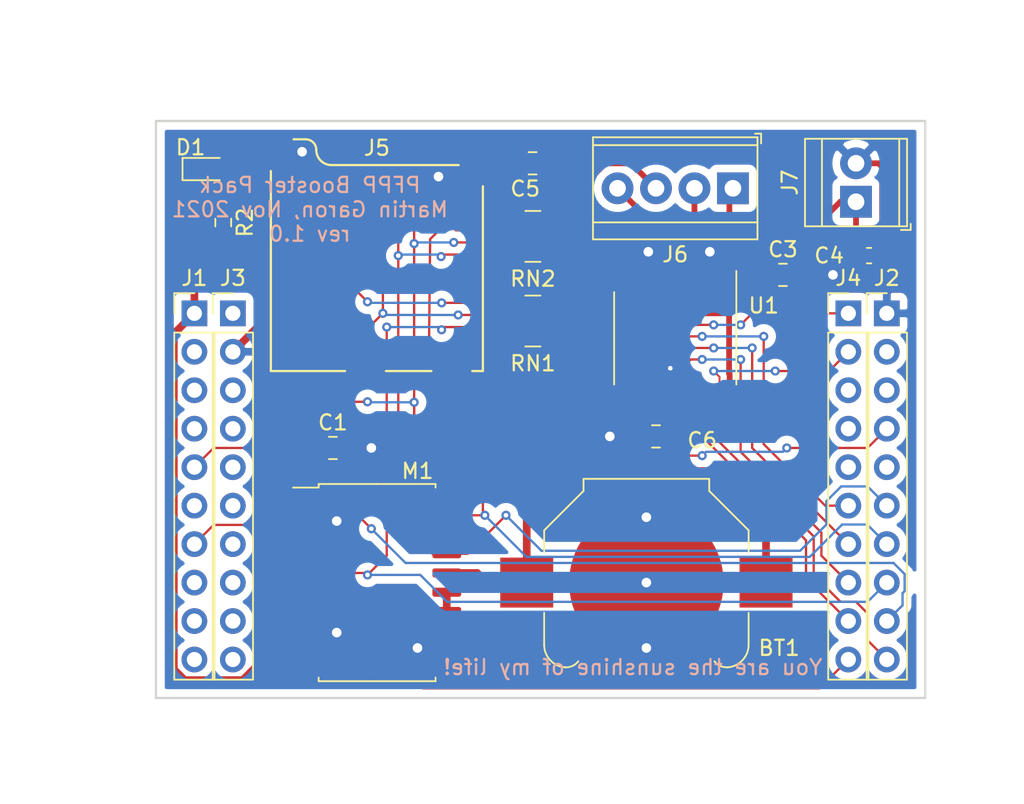
<source format=kicad_pcb>
(kicad_pcb (version 20171130) (host pcbnew "(5.1.8)-1")

  (general
    (thickness 1.6)
    (drawings 11)
    (tracks 353)
    (zones 0)
    (modules 19)
    (nets 51)
  )

  (page A3)
  (layers
    (0 F.Cu signal)
    (31 B.Cu signal)
    (32 B.Adhes user hide)
    (33 F.Adhes user hide)
    (34 B.Paste user hide)
    (35 F.Paste user hide)
    (36 B.SilkS user)
    (37 F.SilkS user)
    (38 B.Mask user)
    (39 F.Mask user)
    (40 Dwgs.User user)
    (41 Cmts.User user)
    (42 Eco1.User user hide)
    (43 Eco2.User user hide)
    (44 Edge.Cuts user)
    (45 Margin user)
    (46 B.CrtYd user)
    (47 F.CrtYd user)
  )

  (setup
    (last_trace_width 0.381)
    (user_trace_width 0.127)
    (user_trace_width 0.153)
    (user_trace_width 0.254)
    (user_trace_width 0.381)
    (user_trace_width 0.508)
    (trace_clearance 0.25)
    (zone_clearance 0.508)
    (zone_45_only no)
    (trace_min 0.0635)
    (via_size 0.889)
    (via_drill 0.635)
    (via_min_size 0.6)
    (via_min_drill 0.3)
    (uvia_size 0.508)
    (uvia_drill 0.127)
    (uvias_allowed no)
    (uvia_min_size 0.508)
    (uvia_min_drill 0.127)
    (edge_width 0.14986)
    (segment_width 0.20066)
    (pcb_text_width 0.15)
    (pcb_text_size 1 1)
    (mod_edge_width 0.14986)
    (mod_text_size 1 1)
    (mod_text_width 0.15)
    (pad_size 1 1)
    (pad_drill 0.6)
    (pad_to_mask_clearance 0.05)
    (aux_axis_origin 0 0)
    (visible_elements 7FFFFFFF)
    (pcbplotparams
      (layerselection 0x010fc_ffffffff)
      (usegerberextensions true)
      (usegerberattributes false)
      (usegerberadvancedattributes false)
      (creategerberjobfile false)
      (excludeedgelayer true)
      (linewidth 0.150000)
      (plotframeref false)
      (viasonmask false)
      (mode 1)
      (useauxorigin false)
      (hpglpennumber 1)
      (hpglpenspeed 20)
      (hpglpendiameter 15.000000)
      (psnegative false)
      (psa4output false)
      (plotreference true)
      (plotvalue true)
      (plotinvisibletext false)
      (padsonsilk false)
      (subtractmaskfromsilk true)
      (outputformat 1)
      (mirror false)
      (drillshape 0)
      (scaleselection 1)
      (outputdirectory "gerbers/"))
  )

  (net 0 "")
  (net 1 GND)
  (net 2 "Net-(J1-Pad2)")
  (net 3 "Net-(J1-Pad3)")
  (net 4 "Net-(J1-Pad4)")
  (net 5 "Net-(J1-Pad6)")
  (net 6 "Net-(J1-Pad8)")
  (net 7 "Net-(J1-Pad9)")
  (net 8 "Net-(J1-Pad10)")
  (net 9 "Net-(J2-Pad5)")
  (net 10 "Net-(J2-Pad3)")
  (net 11 "Net-(J2-Pad2)")
  (net 12 "Net-(J3-Pad3)")
  (net 13 "Net-(J3-Pad4)")
  (net 14 "Net-(J3-Pad5)")
  (net 15 "Net-(J3-Pad6)")
  (net 16 "Net-(J3-Pad7)")
  (net 17 "Net-(J3-Pad8)")
  (net 18 "Net-(J3-Pad9)")
  (net 19 "Net-(J3-Pad10)")
  (net 20 "Net-(J4-Pad5)")
  (net 21 "Net-(J4-Pad4)")
  (net 22 "Net-(J4-Pad3)")
  (net 23 /RTCC_VBAT)
  (net 24 +3V3)
  (net 25 /VM)
  (net 26 "Net-(D1-Pad2)")
  (net 27 /SPI_SDC_CSn)
  (net 28 /SPI_CLK)
  (net 29 /RTCC_INTn)
  (net 30 /SPI_RTCC_CSn)
  (net 31 /RTCC_RST)
  (net 32 /SPI_MISO)
  (net 33 /SPI_MOSI)
  (net 34 /SD_DET)
  (net 35 "Net-(J3-Pad1)")
  (net 36 /STBYn)
  (net 37 /BIN2)
  (net 38 /BIN1)
  (net 39 /AIN2)
  (net 40 /AIN1)
  (net 41 /PWMB)
  (net 42 /PWMA)
  (net 43 /SD_DAT2)
  (net 44 /SD_DAT1)
  (net 45 /AO1)
  (net 46 "Net-(M1-Pad3)")
  (net 47 "Net-(J5-Pad10)")
  (net 48 /AO2)
  (net 49 /BO1)
  (net 50 /BO2)

  (net_class Default "This is the default net class."
    (clearance 0.25)
    (trace_width 0.254)
    (via_dia 0.889)
    (via_drill 0.635)
    (uvia_dia 0.508)
    (uvia_drill 0.127)
    (diff_pair_width 0.254)
    (diff_pair_gap 0.25)
    (add_net +3V3)
    (add_net /AIN1)
    (add_net /AIN2)
    (add_net /AO1)
    (add_net /AO2)
    (add_net /BIN1)
    (add_net /BIN2)
    (add_net /BO1)
    (add_net /BO2)
    (add_net /PWMA)
    (add_net /PWMB)
    (add_net /RTCC_INTn)
    (add_net /RTCC_RST)
    (add_net /RTCC_VBAT)
    (add_net /SD_DAT1)
    (add_net /SD_DAT2)
    (add_net /SD_DET)
    (add_net /SPI_CLK)
    (add_net /SPI_MISO)
    (add_net /SPI_MOSI)
    (add_net /SPI_RTCC_CSn)
    (add_net /SPI_SDC_CSn)
    (add_net /STBYn)
    (add_net /VM)
    (add_net GND)
    (add_net "Net-(D1-Pad2)")
    (add_net "Net-(J1-Pad10)")
    (add_net "Net-(J1-Pad2)")
    (add_net "Net-(J1-Pad3)")
    (add_net "Net-(J1-Pad4)")
    (add_net "Net-(J1-Pad6)")
    (add_net "Net-(J1-Pad8)")
    (add_net "Net-(J1-Pad9)")
    (add_net "Net-(J2-Pad2)")
    (add_net "Net-(J2-Pad3)")
    (add_net "Net-(J2-Pad5)")
    (add_net "Net-(J3-Pad1)")
    (add_net "Net-(J3-Pad10)")
    (add_net "Net-(J3-Pad3)")
    (add_net "Net-(J3-Pad4)")
    (add_net "Net-(J3-Pad5)")
    (add_net "Net-(J3-Pad6)")
    (add_net "Net-(J3-Pad7)")
    (add_net "Net-(J3-Pad8)")
    (add_net "Net-(J3-Pad9)")
    (add_net "Net-(J4-Pad3)")
    (add_net "Net-(J4-Pad4)")
    (add_net "Net-(J4-Pad5)")
    (add_net "Net-(J5-Pad10)")
    (add_net "Net-(M1-Pad3)")
  )

  (net_class Power ""
    (clearance 0.254)
    (trace_width 0.508)
    (via_dia 0.889)
    (via_drill 0.635)
    (uvia_dia 0.508)
    (uvia_drill 0.127)
    (diff_pair_width 0.254)
    (diff_pair_gap 0.25)
  )

  (net_class Power-small ""
    (clearance 0.127)
    (trace_width 0.381)
    (via_dia 0.889)
    (via_drill 0.635)
    (uvia_dia 0.508)
    (uvia_drill 0.127)
    (diff_pair_width 0.254)
    (diff_pair_gap 0.25)
  )

  (net_class Signal-10mil ""
    (clearance 0.254)
    (trace_width 0.254)
    (via_dia 0.6)
    (via_drill 0.3)
    (uvia_dia 0.508)
    (uvia_drill 0.127)
    (diff_pair_width 0.254)
    (diff_pair_gap 0.25)
  )

  (net_class Signal-5mil ""
    (clearance 0.127)
    (trace_width 0.127)
    (via_dia 0.6)
    (via_drill 0.3)
    (uvia_dia 0.508)
    (uvia_drill 0.127)
    (diff_pair_width 0.254)
    (diff_pair_gap 0.25)
  )

  (module SparkFun-Footprints:SF-MICRO-SD-PFPP (layer F.Cu) (tedit 617D9CDD) (tstamp 6180270F)
    (at 204.47 125.73)
    (descr "MicroSD card socket byt 4UCON. Pin-compatible with 3M 2908-05WB-MG")
    (path /6178C08C)
    (attr smd)
    (fp_text reference J5 (at -7 -14.732) (layer F.SilkS)
      (effects (font (size 1 1) (thickness 0.15)))
    )
    (fp_text value Micro_SD_Card_Det (at -7 -7) (layer F.Fab)
      (effects (font (size 1 1) (thickness 0.15)))
    )
    (fp_line (start -14 0) (end -14 -13.2) (layer F.SilkS) (width 0.15))
    (fp_line (start -14 0) (end -9.1 0) (layer F.SilkS) (width 0.15))
    (fp_line (start -6.4 0) (end -3.4 0) (layer F.SilkS) (width 0.15))
    (fp_line (start -0.7 0) (end 0 0) (layer F.SilkS) (width 0.15))
    (fp_line (start 0 0) (end 0 -12.2) (layer F.SilkS) (width 0.15))
    (fp_line (start -10 -13.6) (end -1.6 -13.6) (layer F.SilkS) (width 0.15))
    (fp_line (start -12.5 -15.3) (end -11.7 -15.3) (layer F.SilkS) (width 0.15))
    (fp_arc (start -11.7 -14.6) (end -11.7 -15.3) (angle 90) (layer F.SilkS) (width 0.15))
    (fp_arc (start -10 -14.6) (end -10 -13.6) (angle 90) (layer F.SilkS) (width 0.15))
    (pad 1 smd rect (at -8.94 -10.7 90) (size 1.5 0.8) (layers F.Cu F.Paste F.Mask)
      (net 43 /SD_DAT2))
    (pad 2 smd rect (at -7.84 -10.3 90) (size 1.5 0.8) (layers F.Cu F.Paste F.Mask)
      (net 27 /SPI_SDC_CSn))
    (pad 3 smd rect (at -6.74 -10.7 90) (size 1.5 0.8) (layers F.Cu F.Paste F.Mask)
      (net 33 /SPI_MOSI))
    (pad 4 smd rect (at -5.64 -10.9 90) (size 1.5 0.8) (layers F.Cu F.Paste F.Mask)
      (net 24 +3V3))
    (pad 5 smd rect (at -4.54 -10.7 90) (size 1.5 0.8) (layers F.Cu F.Paste F.Mask)
      (net 28 /SPI_CLK))
    (pad 6 smd rect (at -3.44 -10.9 90) (size 1.5 0.8) (layers F.Cu F.Paste F.Mask)
      (net 1 GND))
    (pad 7 smd rect (at -2.34 -10.7 90) (size 1.5 0.8) (layers F.Cu F.Paste F.Mask)
      (net 32 /SPI_MISO))
    (pad 8 smd rect (at -1.24 -10.7 90) (size 1.5 0.8) (layers F.Cu F.Paste F.Mask)
      (net 44 /SD_DAT1))
    (pad 11 smd rect (at -0.45 -13.55 90) (size 1.9 1.4) (layers F.Cu F.Paste F.Mask)
      (net 1 GND))
    (pad 9 smd rect (at -2.05 -0.4) (size 1.9 1.4) (layers F.Cu F.Paste F.Mask)
      (net 34 /SD_DET))
    (pad 10 smd rect (at -7.75 -0.4) (size 1.9 1.4) (layers F.Cu F.Paste F.Mask)
      (net 47 "Net-(J5-Pad10)"))
    (pad 11 smd rect (at -13.6 -14.55 90) (size 1.9 1.4) (layers F.Cu F.Paste F.Mask)
      (net 1 GND))
  )

  (module TerminalBlock_TE-Connectivity:TerminalBlock_TE_282834-2_1x02_P2.54mm_Horizontal (layer F.Cu) (tedit 5B1EC513) (tstamp 61802757)
    (at 229.108 114.554 90)
    (descr "Terminal Block TE 282834-2, 2 pins, pitch 2.54mm, size 5.54x6.5mm^2, drill diamater 1.1mm, pad diameter 2.1mm, see http://www.te.com/commerce/DocumentDelivery/DDEController?Action=showdoc&DocId=Customer+Drawing%7F282834%7FC1%7Fpdf%7FEnglish%7FENG_CD_282834_C1.pdf, script-generated using https://github.com/pointhi/kicad-footprint-generator/scripts/TerminalBlock_TE-Connectivity")
    (tags "THT Terminal Block TE 282834-2 pitch 2.54mm size 5.54x6.5mm^2 drill 1.1mm pad 2.1mm")
    (path /619B5590)
    (fp_text reference J7 (at 1.27 -4.37 90) (layer F.SilkS)
      (effects (font (size 1 1) (thickness 0.15)))
    )
    (fp_text value Screw_Terminal_01x02 (at 1.27 4.37 90) (layer F.Fab)
      (effects (font (size 1 1) (thickness 0.15)))
    )
    (fp_line (start 4.54 -3.75) (end -2 -3.75) (layer F.CrtYd) (width 0.05))
    (fp_line (start 4.54 3.75) (end 4.54 -3.75) (layer F.CrtYd) (width 0.05))
    (fp_line (start -2 3.75) (end 4.54 3.75) (layer F.CrtYd) (width 0.05))
    (fp_line (start -2 -3.75) (end -2 3.75) (layer F.CrtYd) (width 0.05))
    (fp_line (start -1.86 3.61) (end -1.46 3.61) (layer F.SilkS) (width 0.12))
    (fp_line (start -1.86 2.97) (end -1.86 3.61) (layer F.SilkS) (width 0.12))
    (fp_line (start 3.241 -0.835) (end 1.706 0.7) (layer F.Fab) (width 0.1))
    (fp_line (start 3.375 -0.7) (end 1.84 0.835) (layer F.Fab) (width 0.1))
    (fp_line (start 0.701 -0.835) (end -0.835 0.7) (layer F.Fab) (width 0.1))
    (fp_line (start 0.835 -0.7) (end -0.701 0.835) (layer F.Fab) (width 0.1))
    (fp_line (start 4.16 -3.37) (end 4.16 3.37) (layer F.SilkS) (width 0.12))
    (fp_line (start -1.62 -3.37) (end -1.62 3.37) (layer F.SilkS) (width 0.12))
    (fp_line (start -1.62 3.37) (end 4.16 3.37) (layer F.SilkS) (width 0.12))
    (fp_line (start -1.62 -3.37) (end 4.16 -3.37) (layer F.SilkS) (width 0.12))
    (fp_line (start -1.62 -2.25) (end 4.16 -2.25) (layer F.SilkS) (width 0.12))
    (fp_line (start -1.5 -2.25) (end 4.04 -2.25) (layer F.Fab) (width 0.1))
    (fp_line (start -1.62 2.85) (end 4.16 2.85) (layer F.SilkS) (width 0.12))
    (fp_line (start -1.5 2.85) (end 4.04 2.85) (layer F.Fab) (width 0.1))
    (fp_line (start -1.5 2.85) (end -1.5 -3.25) (layer F.Fab) (width 0.1))
    (fp_line (start -1.1 3.25) (end -1.5 2.85) (layer F.Fab) (width 0.1))
    (fp_line (start 4.04 3.25) (end -1.1 3.25) (layer F.Fab) (width 0.1))
    (fp_line (start 4.04 -3.25) (end 4.04 3.25) (layer F.Fab) (width 0.1))
    (fp_line (start -1.5 -3.25) (end 4.04 -3.25) (layer F.Fab) (width 0.1))
    (fp_circle (center 2.54 0) (end 3.64 0) (layer F.Fab) (width 0.1))
    (fp_circle (center 0 0) (end 1.1 0) (layer F.Fab) (width 0.1))
    (fp_text user %R (at 1.27 2 90) (layer F.Fab)
      (effects (font (size 1 1) (thickness 0.15)))
    )
    (pad 1 thru_hole rect (at 0 0 90) (size 2.1 2.1) (drill 1.1) (layers *.Cu *.Mask)
      (net 25 /VM))
    (pad 2 thru_hole circle (at 2.54 0 90) (size 2.1 2.1) (drill 1.1) (layers *.Cu *.Mask)
      (net 1 GND))
    (model ${KISYS3DMOD}/TerminalBlock_TE-Connectivity.3dshapes/TerminalBlock_TE_282834-2_1x02_P2.54mm_Horizontal.wrl
      (at (xyz 0 0 0))
      (scale (xyz 1 1 1))
      (rotate (xyz 0 0 0))
    )
  )

  (module Capacitor_SMD:C_0805_2012Metric_Pad1.18x1.45mm_HandSolder (layer F.Cu) (tedit 5F68FEEF) (tstamp 618026B0)
    (at 207.7505 112.014 180)
    (descr "Capacitor SMD 0805 (2012 Metric), square (rectangular) end terminal, IPC_7351 nominal with elongated pad for handsoldering. (Body size source: IPC-SM-782 page 76, https://www.pcb-3d.com/wordpress/wp-content/uploads/ipc-sm-782a_amendment_1_and_2.pdf, https://docs.google.com/spreadsheets/d/1BsfQQcO9C6DZCsRaXUlFlo91Tg2WpOkGARC1WS5S8t0/edit?usp=sharing), generated with kicad-footprint-generator")
    (tags "capacitor handsolder")
    (path /6179B00D)
    (attr smd)
    (fp_text reference C5 (at 0.4865 -1.68) (layer F.SilkS)
      (effects (font (size 1 1) (thickness 0.15)))
    )
    (fp_text value 22uF/10V (at 0 1.68) (layer F.Fab)
      (effects (font (size 1 1) (thickness 0.15)))
    )
    (fp_line (start 1.88 0.98) (end -1.88 0.98) (layer F.CrtYd) (width 0.05))
    (fp_line (start 1.88 -0.98) (end 1.88 0.98) (layer F.CrtYd) (width 0.05))
    (fp_line (start -1.88 -0.98) (end 1.88 -0.98) (layer F.CrtYd) (width 0.05))
    (fp_line (start -1.88 0.98) (end -1.88 -0.98) (layer F.CrtYd) (width 0.05))
    (fp_line (start -0.261252 0.735) (end 0.261252 0.735) (layer F.SilkS) (width 0.12))
    (fp_line (start -0.261252 -0.735) (end 0.261252 -0.735) (layer F.SilkS) (width 0.12))
    (fp_line (start 1 0.625) (end -1 0.625) (layer F.Fab) (width 0.1))
    (fp_line (start 1 -0.625) (end 1 0.625) (layer F.Fab) (width 0.1))
    (fp_line (start -1 -0.625) (end 1 -0.625) (layer F.Fab) (width 0.1))
    (fp_line (start -1 0.625) (end -1 -0.625) (layer F.Fab) (width 0.1))
    (fp_text user %R (at 0 0) (layer F.Fab)
      (effects (font (size 0.5 0.5) (thickness 0.08)))
    )
    (pad 1 smd roundrect (at -1.0375 0 180) (size 1.175 1.45) (layers F.Cu F.Paste F.Mask) (roundrect_rratio 0.2127659574468085)
      (net 24 +3V3))
    (pad 2 smd roundrect (at 1.0375 0 180) (size 1.175 1.45) (layers F.Cu F.Paste F.Mask) (roundrect_rratio 0.2127659574468085)
      (net 1 GND))
    (model ${KISYS3DMOD}/Capacitor_SMD.3dshapes/C_0805_2012Metric.wrl
      (at (xyz 0 0 0))
      (scale (xyz 1 1 1))
      (rotate (xyz 0 0 0))
    )
  )

  (module Package_SO:SOP-20_7.5x12.8mm_P1.27mm (layer F.Cu) (tedit 5F4D0A3D) (tstamp 61802782)
    (at 197.485 139.7)
    (descr "SOP, 20 Pin (https://www.holtek.com/documents/10179/116723/sop20-300.pdf), generated with kicad-footprint-generator ipc_gullwing_generator.py")
    (tags "SOP SO")
    (path /61775F65)
    (attr smd)
    (fp_text reference M1 (at 2.667 -7.366) (layer F.SilkS)
      (effects (font (size 1 1) (thickness 0.15)))
    )
    (fp_text value DS3234 (at 0 7.35) (layer F.Fab)
      (effects (font (size 1 1) (thickness 0.15)))
    )
    (fp_line (start 5.8 -6.65) (end -5.8 -6.65) (layer F.CrtYd) (width 0.05))
    (fp_line (start 5.8 6.65) (end 5.8 -6.65) (layer F.CrtYd) (width 0.05))
    (fp_line (start -5.8 6.65) (end 5.8 6.65) (layer F.CrtYd) (width 0.05))
    (fp_line (start -5.8 -6.65) (end -5.8 6.65) (layer F.CrtYd) (width 0.05))
    (fp_line (start -3.75 -5.4) (end -2.75 -6.4) (layer F.Fab) (width 0.1))
    (fp_line (start -3.75 6.4) (end -3.75 -5.4) (layer F.Fab) (width 0.1))
    (fp_line (start 3.75 6.4) (end -3.75 6.4) (layer F.Fab) (width 0.1))
    (fp_line (start 3.75 -6.4) (end 3.75 6.4) (layer F.Fab) (width 0.1))
    (fp_line (start -2.75 -6.4) (end 3.75 -6.4) (layer F.Fab) (width 0.1))
    (fp_line (start -3.86 -6.275) (end -5.55 -6.275) (layer F.SilkS) (width 0.12))
    (fp_line (start -3.86 -6.51) (end -3.86 -6.275) (layer F.SilkS) (width 0.12))
    (fp_line (start 0 -6.51) (end -3.86 -6.51) (layer F.SilkS) (width 0.12))
    (fp_line (start 3.86 -6.51) (end 3.86 -6.275) (layer F.SilkS) (width 0.12))
    (fp_line (start 0 -6.51) (end 3.86 -6.51) (layer F.SilkS) (width 0.12))
    (fp_line (start -3.86 6.51) (end -3.86 6.275) (layer F.SilkS) (width 0.12))
    (fp_line (start 0 6.51) (end -3.86 6.51) (layer F.SilkS) (width 0.12))
    (fp_line (start 3.86 6.51) (end 3.86 6.275) (layer F.SilkS) (width 0.12))
    (fp_line (start 0 6.51) (end 3.86 6.51) (layer F.SilkS) (width 0.12))
    (fp_text user %R (at 0 0) (layer F.Fab)
      (effects (font (size 1 1) (thickness 0.15)))
    )
    (pad 1 smd roundrect (at -4.6 -5.715) (size 1.9 0.6) (layers F.Cu F.Paste F.Mask) (roundrect_rratio 0.25)
      (net 30 /SPI_RTCC_CSn))
    (pad 2 smd roundrect (at -4.6 -4.445) (size 1.9 0.6) (layers F.Cu F.Paste F.Mask) (roundrect_rratio 0.25)
      (net 1 GND))
    (pad 3 smd roundrect (at -4.6 -3.175) (size 1.9 0.6) (layers F.Cu F.Paste F.Mask) (roundrect_rratio 0.25)
      (net 46 "Net-(M1-Pad3)"))
    (pad 4 smd roundrect (at -4.6 -1.905) (size 1.9 0.6) (layers F.Cu F.Paste F.Mask) (roundrect_rratio 0.25)
      (net 24 +3V3))
    (pad 5 smd roundrect (at -4.6 -0.635) (size 1.9 0.6) (layers F.Cu F.Paste F.Mask) (roundrect_rratio 0.25)
      (net 29 /RTCC_INTn))
    (pad 6 smd roundrect (at -4.6 0.635) (size 1.9 0.6) (layers F.Cu F.Paste F.Mask) (roundrect_rratio 0.25)
      (net 31 /RTCC_RST))
    (pad 7 smd roundrect (at -4.6 1.905) (size 1.9 0.6) (layers F.Cu F.Paste F.Mask) (roundrect_rratio 0.25)
      (net 1 GND))
    (pad 8 smd roundrect (at -4.6 3.175) (size 1.9 0.6) (layers F.Cu F.Paste F.Mask) (roundrect_rratio 0.25)
      (net 1 GND))
    (pad 9 smd roundrect (at -4.6 4.445) (size 1.9 0.6) (layers F.Cu F.Paste F.Mask) (roundrect_rratio 0.25)
      (net 1 GND))
    (pad 10 smd roundrect (at -4.6 5.715) (size 1.9 0.6) (layers F.Cu F.Paste F.Mask) (roundrect_rratio 0.25)
      (net 1 GND))
    (pad 11 smd roundrect (at 4.6 5.715) (size 1.9 0.6) (layers F.Cu F.Paste F.Mask) (roundrect_rratio 0.25)
      (net 1 GND))
    (pad 12 smd roundrect (at 4.6 4.445) (size 1.9 0.6) (layers F.Cu F.Paste F.Mask) (roundrect_rratio 0.25)
      (net 1 GND))
    (pad 13 smd roundrect (at 4.6 3.175) (size 1.9 0.6) (layers F.Cu F.Paste F.Mask) (roundrect_rratio 0.25)
      (net 1 GND))
    (pad 14 smd roundrect (at 4.6 1.905) (size 1.9 0.6) (layers F.Cu F.Paste F.Mask) (roundrect_rratio 0.25)
      (net 1 GND))
    (pad 15 smd roundrect (at 4.6 0.635) (size 1.9 0.6) (layers F.Cu F.Paste F.Mask) (roundrect_rratio 0.25)
      (net 1 GND))
    (pad 16 smd roundrect (at 4.6 -0.635) (size 1.9 0.6) (layers F.Cu F.Paste F.Mask) (roundrect_rratio 0.25)
      (net 23 /RTCC_VBAT))
    (pad 17 smd roundrect (at 4.6 -1.905) (size 1.9 0.6) (layers F.Cu F.Paste F.Mask) (roundrect_rratio 0.25)
      (net 33 /SPI_MOSI))
    (pad 18 smd roundrect (at 4.6 -3.175) (size 1.9 0.6) (layers F.Cu F.Paste F.Mask) (roundrect_rratio 0.25)
      (net 28 /SPI_CLK))
    (pad 19 smd roundrect (at 4.6 -4.445) (size 1.9 0.6) (layers F.Cu F.Paste F.Mask) (roundrect_rratio 0.25)
      (net 32 /SPI_MISO))
    (pad 20 smd roundrect (at 4.6 -5.715) (size 1.9 0.6) (layers F.Cu F.Paste F.Mask) (roundrect_rratio 0.25)
      (net 28 /SPI_CLK))
    (model ${KISYS3DMOD}/Package_SO.3dshapes/SOP-20_7.5x12.8mm_P1.27mm.wrl
      (at (xyz 0 0 0))
      (scale (xyz 1 1 1))
      (rotate (xyz 0 0 0))
    )
  )

  (module Connector_PinHeader_2.54mm:PinHeader_1x10_P2.54mm_Vertical (layer F.Cu) (tedit 59FED5CC) (tstamp 5A7B9D5E)
    (at 228.6 121.92)
    (descr "Through hole straight pin header, 1x10, 2.54mm pitch, single row")
    (tags "Through hole pin header THT 1x10 2.54mm single row")
    (path /5080DC12)
    (fp_text reference J4 (at 0 -2.33) (layer F.SilkS)
      (effects (font (size 1 1) (thickness 0.15)))
    )
    (fp_text value TI_BOOSTER_40_J4 (at 0 25.19) (layer F.Fab)
      (effects (font (size 1 1) (thickness 0.15)))
    )
    (fp_line (start -0.635 -1.27) (end 1.27 -1.27) (layer F.Fab) (width 0.1))
    (fp_line (start 1.27 -1.27) (end 1.27 24.13) (layer F.Fab) (width 0.1))
    (fp_line (start 1.27 24.13) (end -1.27 24.13) (layer F.Fab) (width 0.1))
    (fp_line (start -1.27 24.13) (end -1.27 -0.635) (layer F.Fab) (width 0.1))
    (fp_line (start -1.27 -0.635) (end -0.635 -1.27) (layer F.Fab) (width 0.1))
    (fp_line (start -1.33 24.19) (end 1.33 24.19) (layer F.SilkS) (width 0.12))
    (fp_line (start -1.33 1.27) (end -1.33 24.19) (layer F.SilkS) (width 0.12))
    (fp_line (start 1.33 1.27) (end 1.33 24.19) (layer F.SilkS) (width 0.12))
    (fp_line (start -1.33 1.27) (end 1.33 1.27) (layer F.SilkS) (width 0.12))
    (fp_line (start -1.33 0) (end -1.33 -1.33) (layer F.SilkS) (width 0.12))
    (fp_line (start -1.33 -1.33) (end 0 -1.33) (layer F.SilkS) (width 0.12))
    (fp_line (start -1.8 -1.8) (end -1.8 24.65) (layer F.CrtYd) (width 0.05))
    (fp_line (start -1.8 24.65) (end 1.8 24.65) (layer F.CrtYd) (width 0.05))
    (fp_line (start 1.8 24.65) (end 1.8 -1.8) (layer F.CrtYd) (width 0.05))
    (fp_line (start 1.8 -1.8) (end -1.8 -1.8) (layer F.CrtYd) (width 0.05))
    (fp_text user %R (at 0 11.43 90) (layer F.Fab)
      (effects (font (size 1 1) (thickness 0.15)))
    )
    (pad 10 thru_hole oval (at 0 22.86) (size 1.7 1.7) (drill 1) (layers *.Cu *.Mask)
      (net 31 /RTCC_RST))
    (pad 9 thru_hole oval (at 0 20.32) (size 1.7 1.7) (drill 1) (layers *.Cu *.Mask)
      (net 40 /AIN1))
    (pad 8 thru_hole oval (at 0 17.78) (size 1.7 1.7) (drill 1) (layers *.Cu *.Mask)
      (net 36 /STBYn))
    (pad 7 thru_hole oval (at 0 15.24) (size 1.7 1.7) (drill 1) (layers *.Cu *.Mask)
      (net 38 /BIN1))
    (pad 6 thru_hole oval (at 0 12.7) (size 1.7 1.7) (drill 1) (layers *.Cu *.Mask)
      (net 37 /BIN2))
    (pad 5 thru_hole oval (at 0 10.16) (size 1.7 1.7) (drill 1) (layers *.Cu *.Mask)
      (net 20 "Net-(J4-Pad5)"))
    (pad 4 thru_hole oval (at 0 7.62) (size 1.7 1.7) (drill 1) (layers *.Cu *.Mask)
      (net 21 "Net-(J4-Pad4)"))
    (pad 3 thru_hole oval (at 0 5.08) (size 1.7 1.7) (drill 1) (layers *.Cu *.Mask)
      (net 22 "Net-(J4-Pad3)"))
    (pad 2 thru_hole oval (at 0 2.54) (size 1.7 1.7) (drill 1) (layers *.Cu *.Mask)
      (net 42 /PWMA))
    (pad 1 thru_hole rect (at 0 0) (size 1.7 1.7) (drill 1) (layers *.Cu *.Mask)
      (net 41 /PWMB))
    (model ${KISYS3DMOD}/Connector_PinHeader_2.54mm.3dshapes/PinHeader_1x10_P2.54mm_Vertical.wrl
      (at (xyz 0 0 0))
      (scale (xyz 1 1 1))
      (rotate (xyz 0 0 0))
    )
  )

  (module Connector_PinHeader_2.54mm:PinHeader_1x10_P2.54mm_Vertical (layer F.Cu) (tedit 59FED5CC) (tstamp 5A7B9DB5)
    (at 187.96 121.92)
    (descr "Through hole straight pin header, 1x10, 2.54mm pitch, single row")
    (tags "Through hole pin header THT 1x10 2.54mm single row")
    (path /5080DC03)
    (fp_text reference J3 (at 0 -2.33) (layer F.SilkS)
      (effects (font (size 1 1) (thickness 0.15)))
    )
    (fp_text value TI_BOOSTER_40_J3 (at 0 25.19) (layer F.Fab)
      (effects (font (size 1 1) (thickness 0.15)))
    )
    (fp_line (start 1.8 -1.8) (end -1.8 -1.8) (layer F.CrtYd) (width 0.05))
    (fp_line (start 1.8 24.65) (end 1.8 -1.8) (layer F.CrtYd) (width 0.05))
    (fp_line (start -1.8 24.65) (end 1.8 24.65) (layer F.CrtYd) (width 0.05))
    (fp_line (start -1.8 -1.8) (end -1.8 24.65) (layer F.CrtYd) (width 0.05))
    (fp_line (start -1.33 -1.33) (end 0 -1.33) (layer F.SilkS) (width 0.12))
    (fp_line (start -1.33 0) (end -1.33 -1.33) (layer F.SilkS) (width 0.12))
    (fp_line (start -1.33 1.27) (end 1.33 1.27) (layer F.SilkS) (width 0.12))
    (fp_line (start 1.33 1.27) (end 1.33 24.19) (layer F.SilkS) (width 0.12))
    (fp_line (start -1.33 1.27) (end -1.33 24.19) (layer F.SilkS) (width 0.12))
    (fp_line (start -1.33 24.19) (end 1.33 24.19) (layer F.SilkS) (width 0.12))
    (fp_line (start -1.27 -0.635) (end -0.635 -1.27) (layer F.Fab) (width 0.1))
    (fp_line (start -1.27 24.13) (end -1.27 -0.635) (layer F.Fab) (width 0.1))
    (fp_line (start 1.27 24.13) (end -1.27 24.13) (layer F.Fab) (width 0.1))
    (fp_line (start 1.27 -1.27) (end 1.27 24.13) (layer F.Fab) (width 0.1))
    (fp_line (start -0.635 -1.27) (end 1.27 -1.27) (layer F.Fab) (width 0.1))
    (fp_text user %R (at 0 11.43 90) (layer F.Fab)
      (effects (font (size 1 1) (thickness 0.15)))
    )
    (pad 1 thru_hole rect (at 0 0) (size 1.7 1.7) (drill 1) (layers *.Cu *.Mask)
      (net 35 "Net-(J3-Pad1)"))
    (pad 2 thru_hole oval (at 0 2.54) (size 1.7 1.7) (drill 1) (layers *.Cu *.Mask)
      (net 1 GND))
    (pad 3 thru_hole oval (at 0 5.08) (size 1.7 1.7) (drill 1) (layers *.Cu *.Mask)
      (net 12 "Net-(J3-Pad3)"))
    (pad 4 thru_hole oval (at 0 7.62) (size 1.7 1.7) (drill 1) (layers *.Cu *.Mask)
      (net 13 "Net-(J3-Pad4)"))
    (pad 5 thru_hole oval (at 0 10.16) (size 1.7 1.7) (drill 1) (layers *.Cu *.Mask)
      (net 14 "Net-(J3-Pad5)"))
    (pad 6 thru_hole oval (at 0 12.7) (size 1.7 1.7) (drill 1) (layers *.Cu *.Mask)
      (net 15 "Net-(J3-Pad6)"))
    (pad 7 thru_hole oval (at 0 15.24) (size 1.7 1.7) (drill 1) (layers *.Cu *.Mask)
      (net 16 "Net-(J3-Pad7)"))
    (pad 8 thru_hole oval (at 0 17.78) (size 1.7 1.7) (drill 1) (layers *.Cu *.Mask)
      (net 17 "Net-(J3-Pad8)"))
    (pad 9 thru_hole oval (at 0 20.32) (size 1.7 1.7) (drill 1) (layers *.Cu *.Mask)
      (net 18 "Net-(J3-Pad9)"))
    (pad 10 thru_hole oval (at 0 22.86) (size 1.7 1.7) (drill 1) (layers *.Cu *.Mask)
      (net 19 "Net-(J3-Pad10)"))
    (model ${KISYS3DMOD}/Connector_PinHeader_2.54mm.3dshapes/PinHeader_1x10_P2.54mm_Vertical.wrl
      (at (xyz 0 0 0))
      (scale (xyz 1 1 1))
      (rotate (xyz 0 0 0))
    )
  )

  (module Connector_PinHeader_2.54mm:PinHeader_1x10_P2.54mm_Vertical (layer F.Cu) (tedit 59FED5CC) (tstamp 5A7B9D07)
    (at 231.14 121.92)
    (descr "Through hole straight pin header, 1x10, 2.54mm pitch, single row")
    (tags "Through hole pin header THT 1x10 2.54mm single row")
    (path /5080DBF4)
    (fp_text reference J2 (at 0 -2.33) (layer F.SilkS)
      (effects (font (size 1 1) (thickness 0.15)))
    )
    (fp_text value TI_BOOSTER_40_J2 (at 0 25.19) (layer F.Fab)
      (effects (font (size 1 1) (thickness 0.15)))
    )
    (fp_line (start -0.635 -1.27) (end 1.27 -1.27) (layer F.Fab) (width 0.1))
    (fp_line (start 1.27 -1.27) (end 1.27 24.13) (layer F.Fab) (width 0.1))
    (fp_line (start 1.27 24.13) (end -1.27 24.13) (layer F.Fab) (width 0.1))
    (fp_line (start -1.27 24.13) (end -1.27 -0.635) (layer F.Fab) (width 0.1))
    (fp_line (start -1.27 -0.635) (end -0.635 -1.27) (layer F.Fab) (width 0.1))
    (fp_line (start -1.33 24.19) (end 1.33 24.19) (layer F.SilkS) (width 0.12))
    (fp_line (start -1.33 1.27) (end -1.33 24.19) (layer F.SilkS) (width 0.12))
    (fp_line (start 1.33 1.27) (end 1.33 24.19) (layer F.SilkS) (width 0.12))
    (fp_line (start -1.33 1.27) (end 1.33 1.27) (layer F.SilkS) (width 0.12))
    (fp_line (start -1.33 0) (end -1.33 -1.33) (layer F.SilkS) (width 0.12))
    (fp_line (start -1.33 -1.33) (end 0 -1.33) (layer F.SilkS) (width 0.12))
    (fp_line (start -1.8 -1.8) (end -1.8 24.65) (layer F.CrtYd) (width 0.05))
    (fp_line (start -1.8 24.65) (end 1.8 24.65) (layer F.CrtYd) (width 0.05))
    (fp_line (start 1.8 24.65) (end 1.8 -1.8) (layer F.CrtYd) (width 0.05))
    (fp_line (start 1.8 -1.8) (end -1.8 -1.8) (layer F.CrtYd) (width 0.05))
    (fp_text user %R (at 0 11.43 90) (layer F.Fab)
      (effects (font (size 1 1) (thickness 0.15)))
    )
    (pad 10 thru_hole oval (at 0 22.86) (size 1.7 1.7) (drill 1) (layers *.Cu *.Mask)
      (net 39 /AIN2))
    (pad 9 thru_hole oval (at 0 20.32) (size 1.7 1.7) (drill 1) (layers *.Cu *.Mask)
      (net 30 /SPI_RTCC_CSn))
    (pad 8 thru_hole oval (at 0 17.78) (size 1.7 1.7) (drill 1) (layers *.Cu *.Mask)
      (net 29 /RTCC_INTn))
    (pad 7 thru_hole oval (at 0 15.24) (size 1.7 1.7) (drill 1) (layers *.Cu *.Mask)
      (net 32 /SPI_MISO))
    (pad 6 thru_hole oval (at 0 12.7) (size 1.7 1.7) (drill 1) (layers *.Cu *.Mask)
      (net 33 /SPI_MOSI))
    (pad 5 thru_hole oval (at 0 10.16) (size 1.7 1.7) (drill 1) (layers *.Cu *.Mask)
      (net 9 "Net-(J2-Pad5)"))
    (pad 4 thru_hole oval (at 0 7.62) (size 1.7 1.7) (drill 1) (layers *.Cu *.Mask)
      (net 34 /SD_DET))
    (pad 3 thru_hole oval (at 0 5.08) (size 1.7 1.7) (drill 1) (layers *.Cu *.Mask)
      (net 10 "Net-(J2-Pad3)"))
    (pad 2 thru_hole oval (at 0 2.54) (size 1.7 1.7) (drill 1) (layers *.Cu *.Mask)
      (net 11 "Net-(J2-Pad2)"))
    (pad 1 thru_hole rect (at 0 0) (size 1.7 1.7) (drill 1) (layers *.Cu *.Mask)
      (net 1 GND))
    (model ${KISYS3DMOD}/Connector_PinHeader_2.54mm.3dshapes/PinHeader_1x10_P2.54mm_Vertical.wrl
      (at (xyz 0 0 0))
      (scale (xyz 1 1 1))
      (rotate (xyz 0 0 0))
    )
  )

  (module Connector_PinHeader_2.54mm:PinHeader_1x10_P2.54mm_Vertical (layer F.Cu) (tedit 59FED5CC) (tstamp 5A7B9E0C)
    (at 185.42 121.92)
    (descr "Through hole straight pin header, 1x10, 2.54mm pitch, single row")
    (tags "Through hole pin header THT 1x10 2.54mm single row")
    (path /5080DB5C)
    (fp_text reference J1 (at 0 -2.33) (layer F.SilkS)
      (effects (font (size 1 1) (thickness 0.15)))
    )
    (fp_text value TI_BOOSTER_40_J1 (at 0 25.19) (layer F.Fab)
      (effects (font (size 1 1) (thickness 0.15)))
    )
    (fp_line (start 1.8 -1.8) (end -1.8 -1.8) (layer F.CrtYd) (width 0.05))
    (fp_line (start 1.8 24.65) (end 1.8 -1.8) (layer F.CrtYd) (width 0.05))
    (fp_line (start -1.8 24.65) (end 1.8 24.65) (layer F.CrtYd) (width 0.05))
    (fp_line (start -1.8 -1.8) (end -1.8 24.65) (layer F.CrtYd) (width 0.05))
    (fp_line (start -1.33 -1.33) (end 0 -1.33) (layer F.SilkS) (width 0.12))
    (fp_line (start -1.33 0) (end -1.33 -1.33) (layer F.SilkS) (width 0.12))
    (fp_line (start -1.33 1.27) (end 1.33 1.27) (layer F.SilkS) (width 0.12))
    (fp_line (start 1.33 1.27) (end 1.33 24.19) (layer F.SilkS) (width 0.12))
    (fp_line (start -1.33 1.27) (end -1.33 24.19) (layer F.SilkS) (width 0.12))
    (fp_line (start -1.33 24.19) (end 1.33 24.19) (layer F.SilkS) (width 0.12))
    (fp_line (start -1.27 -0.635) (end -0.635 -1.27) (layer F.Fab) (width 0.1))
    (fp_line (start -1.27 24.13) (end -1.27 -0.635) (layer F.Fab) (width 0.1))
    (fp_line (start 1.27 24.13) (end -1.27 24.13) (layer F.Fab) (width 0.1))
    (fp_line (start 1.27 -1.27) (end 1.27 24.13) (layer F.Fab) (width 0.1))
    (fp_line (start -0.635 -1.27) (end 1.27 -1.27) (layer F.Fab) (width 0.1))
    (fp_text user %R (at 0 11.43 90) (layer F.Fab)
      (effects (font (size 1 1) (thickness 0.15)))
    )
    (pad 1 thru_hole rect (at 0 0) (size 1.7 1.7) (drill 1) (layers *.Cu *.Mask)
      (net 24 +3V3))
    (pad 2 thru_hole oval (at 0 2.54) (size 1.7 1.7) (drill 1) (layers *.Cu *.Mask)
      (net 2 "Net-(J1-Pad2)"))
    (pad 3 thru_hole oval (at 0 5.08) (size 1.7 1.7) (drill 1) (layers *.Cu *.Mask)
      (net 3 "Net-(J1-Pad3)"))
    (pad 4 thru_hole oval (at 0 7.62) (size 1.7 1.7) (drill 1) (layers *.Cu *.Mask)
      (net 4 "Net-(J1-Pad4)"))
    (pad 5 thru_hole oval (at 0 10.16) (size 1.7 1.7) (drill 1) (layers *.Cu *.Mask)
      (net 27 /SPI_SDC_CSn))
    (pad 6 thru_hole oval (at 0 12.7) (size 1.7 1.7) (drill 1) (layers *.Cu *.Mask)
      (net 5 "Net-(J1-Pad6)"))
    (pad 7 thru_hole oval (at 0 15.24) (size 1.7 1.7) (drill 1) (layers *.Cu *.Mask)
      (net 28 /SPI_CLK))
    (pad 8 thru_hole oval (at 0 17.78) (size 1.7 1.7) (drill 1) (layers *.Cu *.Mask)
      (net 6 "Net-(J1-Pad8)"))
    (pad 9 thru_hole oval (at 0 20.32) (size 1.7 1.7) (drill 1) (layers *.Cu *.Mask)
      (net 7 "Net-(J1-Pad9)"))
    (pad 10 thru_hole oval (at 0 22.86) (size 1.7 1.7) (drill 1) (layers *.Cu *.Mask)
      (net 8 "Net-(J1-Pad10)"))
    (model ${KISYS3DMOD}/Connector_PinHeader_2.54mm.3dshapes/PinHeader_1x10_P2.54mm_Vertical.wrl
      (at (xyz 0 0 0))
      (scale (xyz 1 1 1))
      (rotate (xyz 0 0 0))
    )
  )

  (module Battery:BatteryHolder_Keystone_3000_1x12mm (layer F.Cu) (tedit 5D9CBDF8) (tstamp 61803C95)
    (at 215.265 139.7)
    (descr http://www.keyelco.com/product-pdf.cfm?p=777)
    (tags "Keystone type 3000 coin cell retainer")
    (path /61779C0B)
    (attr smd)
    (fp_text reference BT1 (at 8.763 4.318) (layer F.SilkS)
      (effects (font (size 1 1) (thickness 0.15)))
    )
    (fp_text value " 3.3V CR1225" (at 0 7.5) (layer F.Fab)
      (effects (font (size 1 1) (thickness 0.15)))
    )
    (fp_arc (start -5.25 4.1) (end -5.3 5.45) (angle 90) (layer F.Fab) (width 0.1))
    (fp_arc (start 5.25 4.1) (end 5.3 5.45) (angle -90) (layer F.Fab) (width 0.1))
    (fp_arc (start -5.25 4.1) (end -5.3 5.6) (angle 90) (layer F.SilkS) (width 0.12))
    (fp_arc (start 5.25 4.1) (end 5.3 5.6) (angle -90) (layer F.SilkS) (width 0.12))
    (fp_arc (start -5.29 4.8) (end -5.29 6.76) (angle 90) (layer F.CrtYd) (width 0.05))
    (fp_arc (start 0 8.9) (end -4.6 5.1) (angle 101) (layer F.Fab) (width 0.1))
    (fp_arc (start -5.29 4.6) (end -4.6 5.1) (angle 60) (layer F.Fab) (width 0.1))
    (fp_arc (start 5.29 4.6) (end 4.6 5.1) (angle -60) (layer F.Fab) (width 0.1))
    (fp_arc (start -5.29 4.6) (end -4.5 5.2) (angle 60) (layer F.SilkS) (width 0.12))
    (fp_arc (start 5.29 4.6) (end 4.5 5.2) (angle -60) (layer F.SilkS) (width 0.12))
    (fp_arc (start 5.29 4.8) (end 5.29 6.76) (angle -90) (layer F.CrtYd) (width 0.05))
    (fp_text user %R (at 0 0) (layer F.Fab)
      (effects (font (size 1 1) (thickness 0.15)))
    )
    (fp_circle (center 0 0) (end 0 6.25) (layer Dwgs.User) (width 0.15))
    (fp_line (start -7.25 2.15) (end -7.25 4.8) (layer F.CrtYd) (width 0.05))
    (fp_line (start 7.25 2.15) (end 7.25 4.8) (layer F.CrtYd) (width 0.05))
    (fp_line (start 6.75 2) (end 6.75 4.1) (layer F.SilkS) (width 0.12))
    (fp_line (start -6.75 2) (end -6.75 4.1) (layer F.SilkS) (width 0.12))
    (fp_line (start 7.25 -2.15) (end 7.25 -3.8) (layer F.CrtYd) (width 0.05))
    (fp_line (start 7.25 -3.8) (end 4.65 -6.4) (layer F.CrtYd) (width 0.05))
    (fp_line (start 4.65 -6.4) (end 4.65 -7.35) (layer F.CrtYd) (width 0.05))
    (fp_line (start -4.65 -7.35) (end 4.65 -7.35) (layer F.CrtYd) (width 0.05))
    (fp_line (start -4.65 -6.4) (end -4.65 -7.35) (layer F.CrtYd) (width 0.05))
    (fp_line (start -7.25 -3.8) (end -4.65 -6.4) (layer F.CrtYd) (width 0.05))
    (fp_line (start -7.25 -2.15) (end -7.25 -3.8) (layer F.CrtYd) (width 0.05))
    (fp_line (start -6.75 -2) (end -6.75 -3.45) (layer F.SilkS) (width 0.12))
    (fp_line (start -6.75 -3.45) (end -4.15 -6.05) (layer F.SilkS) (width 0.12))
    (fp_line (start -4.15 -6.05) (end -4.15 -6.85) (layer F.SilkS) (width 0.12))
    (fp_line (start -4.15 -6.85) (end 4.15 -6.85) (layer F.SilkS) (width 0.12))
    (fp_line (start 4.15 -6.85) (end 4.15 -6.05) (layer F.SilkS) (width 0.12))
    (fp_line (start 4.15 -6.05) (end 6.75 -3.45) (layer F.SilkS) (width 0.12))
    (fp_line (start 6.75 -3.45) (end 6.75 -2) (layer F.SilkS) (width 0.12))
    (fp_line (start -7.25 -2.15) (end -10.15 -2.15) (layer F.CrtYd) (width 0.05))
    (fp_line (start -10.15 -2.15) (end -10.15 2.15) (layer F.CrtYd) (width 0.05))
    (fp_line (start -10.15 2.15) (end -7.25 2.15) (layer F.CrtYd) (width 0.05))
    (fp_line (start 7.25 -2.15) (end 10.15 -2.15) (layer F.CrtYd) (width 0.05))
    (fp_line (start 10.15 -2.15) (end 10.15 2.15) (layer F.CrtYd) (width 0.05))
    (fp_line (start 10.15 2.15) (end 7.25 2.15) (layer F.CrtYd) (width 0.05))
    (fp_line (start 6.6 -3.4) (end 6.6 4.1) (layer F.Fab) (width 0.1))
    (fp_line (start -6.6 -3.4) (end -6.6 4.1) (layer F.Fab) (width 0.1))
    (fp_line (start 4 -6) (end 6.6 -3.4) (layer F.Fab) (width 0.1))
    (fp_line (start -4 -6) (end -6.6 -3.4) (layer F.Fab) (width 0.1))
    (fp_line (start 4 -6.7) (end 4 -6) (layer F.Fab) (width 0.1))
    (fp_line (start -4 -6.7) (end -4 -6) (layer F.Fab) (width 0.1))
    (fp_line (start -4 -6.7) (end 4 -6.7) (layer F.Fab) (width 0.1))
    (fp_line (start -5.29 6.76) (end 5.29 6.76) (layer F.CrtYd) (width 0.05))
    (pad 2 smd circle (at 0 0) (size 10.2 10.2) (layers F.Cu F.Mask)
      (net 1 GND))
    (pad 1 smd rect (at 7.9 0) (size 3.5 3.3) (layers F.Cu F.Paste F.Mask)
      (net 23 /RTCC_VBAT))
    (pad 1 smd rect (at -7.9 0) (size 3.5 3.3) (layers F.Cu F.Paste F.Mask)
      (net 23 /RTCC_VBAT))
    (model ${KISYS3DMOD}/Battery.3dshapes/BatteryHolder_Keystone_3000_1x12mm.wrl
      (at (xyz 0 0 0))
      (scale (xyz 1 1 1))
      (rotate (xyz 0 0 0))
    )
  )

  (module Capacitor_SMD:C_0805_2012Metric_Pad1.18x1.45mm_HandSolder (layer F.Cu) (tedit 5F68FEEF) (tstamp 6180268E)
    (at 224.282 119.38)
    (descr "Capacitor SMD 0805 (2012 Metric), square (rectangular) end terminal, IPC_7351 nominal with elongated pad for handsoldering. (Body size source: IPC-SM-782 page 76, https://www.pcb-3d.com/wordpress/wp-content/uploads/ipc-sm-782a_amendment_1_and_2.pdf, https://docs.google.com/spreadsheets/d/1BsfQQcO9C6DZCsRaXUlFlo91Tg2WpOkGARC1WS5S8t0/edit?usp=sharing), generated with kicad-footprint-generator")
    (tags "capacitor handsolder")
    (path /617D1DB7)
    (attr smd)
    (fp_text reference C3 (at 0 -1.68) (layer F.SilkS)
      (effects (font (size 1 1) (thickness 0.15)))
    )
    (fp_text value 22uF/20V (at 0 1.68) (layer F.Fab)
      (effects (font (size 1 1) (thickness 0.15)))
    )
    (fp_line (start 1.88 0.98) (end -1.88 0.98) (layer F.CrtYd) (width 0.05))
    (fp_line (start 1.88 -0.98) (end 1.88 0.98) (layer F.CrtYd) (width 0.05))
    (fp_line (start -1.88 -0.98) (end 1.88 -0.98) (layer F.CrtYd) (width 0.05))
    (fp_line (start -1.88 0.98) (end -1.88 -0.98) (layer F.CrtYd) (width 0.05))
    (fp_line (start -0.261252 0.735) (end 0.261252 0.735) (layer F.SilkS) (width 0.12))
    (fp_line (start -0.261252 -0.735) (end 0.261252 -0.735) (layer F.SilkS) (width 0.12))
    (fp_line (start 1 0.625) (end -1 0.625) (layer F.Fab) (width 0.1))
    (fp_line (start 1 -0.625) (end 1 0.625) (layer F.Fab) (width 0.1))
    (fp_line (start -1 -0.625) (end 1 -0.625) (layer F.Fab) (width 0.1))
    (fp_line (start -1 0.625) (end -1 -0.625) (layer F.Fab) (width 0.1))
    (fp_text user %R (at 0 0) (layer F.Fab)
      (effects (font (size 0.5 0.5) (thickness 0.08)))
    )
    (pad 1 smd roundrect (at -1.0375 0) (size 1.175 1.45) (layers F.Cu F.Paste F.Mask) (roundrect_rratio 0.2127659574468085)
      (net 25 /VM))
    (pad 2 smd roundrect (at 1.0375 0) (size 1.175 1.45) (layers F.Cu F.Paste F.Mask) (roundrect_rratio 0.2127659574468085)
      (net 1 GND))
    (model ${KISYS3DMOD}/Capacitor_SMD.3dshapes/C_0805_2012Metric.wrl
      (at (xyz 0 0 0))
      (scale (xyz 1 1 1))
      (rotate (xyz 0 0 0))
    )
  )

  (module Capacitor_SMD:C_0603_1608Metric_Pad1.08x0.95mm_HandSolder (layer F.Cu) (tedit 5F68FEEF) (tstamp 6180269F)
    (at 229.9705 118.11)
    (descr "Capacitor SMD 0603 (1608 Metric), square (rectangular) end terminal, IPC_7351 nominal with elongated pad for handsoldering. (Body size source: IPC-SM-782 page 76, https://www.pcb-3d.com/wordpress/wp-content/uploads/ipc-sm-782a_amendment_1_and_2.pdf), generated with kicad-footprint-generator")
    (tags "capacitor handsolder")
    (path /617D16E6)
    (attr smd)
    (fp_text reference C4 (at -2.6405 0) (layer F.SilkS)
      (effects (font (size 1 1) (thickness 0.15)))
    )
    (fp_text value 0.1uF (at 0 1.43) (layer F.Fab)
      (effects (font (size 1 1) (thickness 0.15)))
    )
    (fp_line (start 1.65 0.73) (end -1.65 0.73) (layer F.CrtYd) (width 0.05))
    (fp_line (start 1.65 -0.73) (end 1.65 0.73) (layer F.CrtYd) (width 0.05))
    (fp_line (start -1.65 -0.73) (end 1.65 -0.73) (layer F.CrtYd) (width 0.05))
    (fp_line (start -1.65 0.73) (end -1.65 -0.73) (layer F.CrtYd) (width 0.05))
    (fp_line (start -0.146267 0.51) (end 0.146267 0.51) (layer F.SilkS) (width 0.12))
    (fp_line (start -0.146267 -0.51) (end 0.146267 -0.51) (layer F.SilkS) (width 0.12))
    (fp_line (start 0.8 0.4) (end -0.8 0.4) (layer F.Fab) (width 0.1))
    (fp_line (start 0.8 -0.4) (end 0.8 0.4) (layer F.Fab) (width 0.1))
    (fp_line (start -0.8 -0.4) (end 0.8 -0.4) (layer F.Fab) (width 0.1))
    (fp_line (start -0.8 0.4) (end -0.8 -0.4) (layer F.Fab) (width 0.1))
    (fp_text user %R (at 0 0) (layer F.Fab)
      (effects (font (size 0.4 0.4) (thickness 0.06)))
    )
    (pad 1 smd roundrect (at -0.8625 0) (size 1.075 0.95) (layers F.Cu F.Paste F.Mask) (roundrect_rratio 0.25)
      (net 25 /VM))
    (pad 2 smd roundrect (at 0.8625 0) (size 1.075 0.95) (layers F.Cu F.Paste F.Mask) (roundrect_rratio 0.25)
      (net 1 GND))
    (model ${KISYS3DMOD}/Capacitor_SMD.3dshapes/C_0603_1608Metric.wrl
      (at (xyz 0 0 0))
      (scale (xyz 1 1 1))
      (rotate (xyz 0 0 0))
    )
  )

  (module Capacitor_SMD:C_0805_2012Metric_Pad1.18x1.45mm_HandSolder (layer F.Cu) (tedit 5F68FEEF) (tstamp 618026C1)
    (at 215.9 130.048 180)
    (descr "Capacitor SMD 0805 (2012 Metric), square (rectangular) end terminal, IPC_7351 nominal with elongated pad for handsoldering. (Body size source: IPC-SM-782 page 76, https://www.pcb-3d.com/wordpress/wp-content/uploads/ipc-sm-782a_amendment_1_and_2.pdf, https://docs.google.com/spreadsheets/d/1BsfQQcO9C6DZCsRaXUlFlo91Tg2WpOkGARC1WS5S8t0/edit?usp=sharing), generated with kicad-footprint-generator")
    (tags "capacitor handsolder")
    (path /61899826)
    (attr smd)
    (fp_text reference C6 (at -3.048 -0.254) (layer F.SilkS)
      (effects (font (size 1 1) (thickness 0.15)))
    )
    (fp_text value 22uF/10V (at 0 1.68) (layer F.Fab)
      (effects (font (size 1 1) (thickness 0.15)))
    )
    (fp_line (start 1.88 0.98) (end -1.88 0.98) (layer F.CrtYd) (width 0.05))
    (fp_line (start 1.88 -0.98) (end 1.88 0.98) (layer F.CrtYd) (width 0.05))
    (fp_line (start -1.88 -0.98) (end 1.88 -0.98) (layer F.CrtYd) (width 0.05))
    (fp_line (start -1.88 0.98) (end -1.88 -0.98) (layer F.CrtYd) (width 0.05))
    (fp_line (start -0.261252 0.735) (end 0.261252 0.735) (layer F.SilkS) (width 0.12))
    (fp_line (start -0.261252 -0.735) (end 0.261252 -0.735) (layer F.SilkS) (width 0.12))
    (fp_line (start 1 0.625) (end -1 0.625) (layer F.Fab) (width 0.1))
    (fp_line (start 1 -0.625) (end 1 0.625) (layer F.Fab) (width 0.1))
    (fp_line (start -1 -0.625) (end 1 -0.625) (layer F.Fab) (width 0.1))
    (fp_line (start -1 0.625) (end -1 -0.625) (layer F.Fab) (width 0.1))
    (fp_text user %R (at 0 0) (layer F.Fab)
      (effects (font (size 0.5 0.5) (thickness 0.08)))
    )
    (pad 1 smd roundrect (at -1.0375 0 180) (size 1.175 1.45) (layers F.Cu F.Paste F.Mask) (roundrect_rratio 0.2127659574468085)
      (net 24 +3V3))
    (pad 2 smd roundrect (at 1.0375 0 180) (size 1.175 1.45) (layers F.Cu F.Paste F.Mask) (roundrect_rratio 0.2127659574468085)
      (net 1 GND))
    (model ${KISYS3DMOD}/Capacitor_SMD.3dshapes/C_0805_2012Metric.wrl
      (at (xyz 0 0 0))
      (scale (xyz 1 1 1))
      (rotate (xyz 0 0 0))
    )
  )

  (module LED_SMD:LED_0603_1608Metric_Pad1.05x0.95mm_HandSolder (layer F.Cu) (tedit 5F68FEF1) (tstamp 618026F6)
    (at 186.295 112.395)
    (descr "LED SMD 0603 (1608 Metric), square (rectangular) end terminal, IPC_7351 nominal, (Body size source: http://www.tortai-tech.com/upload/download/2011102023233369053.pdf), generated with kicad-footprint-generator")
    (tags "LED handsolder")
    (path /617EBA68)
    (attr smd)
    (fp_text reference D1 (at -1.129 -1.43) (layer F.SilkS)
      (effects (font (size 1 1) (thickness 0.15)))
    )
    (fp_text value PWR (at 0 1.43) (layer F.Fab)
      (effects (font (size 1 1) (thickness 0.15)))
    )
    (fp_line (start 1.65 0.73) (end -1.65 0.73) (layer F.CrtYd) (width 0.05))
    (fp_line (start 1.65 -0.73) (end 1.65 0.73) (layer F.CrtYd) (width 0.05))
    (fp_line (start -1.65 -0.73) (end 1.65 -0.73) (layer F.CrtYd) (width 0.05))
    (fp_line (start -1.65 0.73) (end -1.65 -0.73) (layer F.CrtYd) (width 0.05))
    (fp_line (start -1.66 0.735) (end 0.8 0.735) (layer F.SilkS) (width 0.12))
    (fp_line (start -1.66 -0.735) (end -1.66 0.735) (layer F.SilkS) (width 0.12))
    (fp_line (start 0.8 -0.735) (end -1.66 -0.735) (layer F.SilkS) (width 0.12))
    (fp_line (start 0.8 0.4) (end 0.8 -0.4) (layer F.Fab) (width 0.1))
    (fp_line (start -0.8 0.4) (end 0.8 0.4) (layer F.Fab) (width 0.1))
    (fp_line (start -0.8 -0.1) (end -0.8 0.4) (layer F.Fab) (width 0.1))
    (fp_line (start -0.5 -0.4) (end -0.8 -0.1) (layer F.Fab) (width 0.1))
    (fp_line (start 0.8 -0.4) (end -0.5 -0.4) (layer F.Fab) (width 0.1))
    (fp_text user %R (at 0 0) (layer F.Fab)
      (effects (font (size 0.4 0.4) (thickness 0.06)))
    )
    (pad 1 smd roundrect (at -0.875 0) (size 1.05 0.95) (layers F.Cu F.Paste F.Mask) (roundrect_rratio 0.25)
      (net 24 +3V3))
    (pad 2 smd roundrect (at 0.875 0) (size 1.05 0.95) (layers F.Cu F.Paste F.Mask) (roundrect_rratio 0.25)
      (net 26 "Net-(D1-Pad2)"))
    (model ${KISYS3DMOD}/LED_SMD.3dshapes/LED_0603_1608Metric.wrl
      (at (xyz 0 0 0))
      (scale (xyz 1 1 1))
      (rotate (xyz 0 0 0))
    )
  )

  (module TerminalBlock_TE-Connectivity:TerminalBlock_TE_282834-4_1x04_P2.54mm_Horizontal (layer F.Cu) (tedit 5B1EC513) (tstamp 61808E74)
    (at 220.98 113.665 180)
    (descr "Terminal Block TE 282834-4, 4 pins, pitch 2.54mm, size 10.620000000000001x6.5mm^2, drill diamater 1.1mm, pad diameter 2.1mm, see http://www.te.com/commerce/DocumentDelivery/DDEController?Action=showdoc&DocId=Customer+Drawing%7F282834%7FC1%7Fpdf%7FEnglish%7FENG_CD_282834_C1.pdf, script-generated using https://github.com/pointhi/kicad-footprint-generator/scripts/TerminalBlock_TE-Connectivity")
    (tags "THT Terminal Block TE 282834-4 pitch 2.54mm size 10.620000000000001x6.5mm^2 drill 1.1mm pad 2.1mm")
    (path /6199C205)
    (fp_text reference J6 (at 3.81 -4.37) (layer F.SilkS)
      (effects (font (size 1 1) (thickness 0.15)))
    )
    (fp_text value Screw_Terminal_01x04 (at 3.81 4.37) (layer F.Fab)
      (effects (font (size 1 1) (thickness 0.15)))
    )
    (fp_line (start 9.63 -3.75) (end -2 -3.75) (layer F.CrtYd) (width 0.05))
    (fp_line (start 9.63 3.75) (end 9.63 -3.75) (layer F.CrtYd) (width 0.05))
    (fp_line (start -2 3.75) (end 9.63 3.75) (layer F.CrtYd) (width 0.05))
    (fp_line (start -2 -3.75) (end -2 3.75) (layer F.CrtYd) (width 0.05))
    (fp_line (start -1.86 3.61) (end -1.46 3.61) (layer F.SilkS) (width 0.12))
    (fp_line (start -1.86 2.97) (end -1.86 3.61) (layer F.SilkS) (width 0.12))
    (fp_line (start 8.321 -0.835) (end 6.786 0.7) (layer F.Fab) (width 0.1))
    (fp_line (start 8.455 -0.7) (end 6.92 0.835) (layer F.Fab) (width 0.1))
    (fp_line (start 5.781 -0.835) (end 4.246 0.7) (layer F.Fab) (width 0.1))
    (fp_line (start 5.915 -0.7) (end 4.38 0.835) (layer F.Fab) (width 0.1))
    (fp_line (start 3.241 -0.835) (end 1.706 0.7) (layer F.Fab) (width 0.1))
    (fp_line (start 3.375 -0.7) (end 1.84 0.835) (layer F.Fab) (width 0.1))
    (fp_line (start 0.701 -0.835) (end -0.835 0.7) (layer F.Fab) (width 0.1))
    (fp_line (start 0.835 -0.7) (end -0.701 0.835) (layer F.Fab) (width 0.1))
    (fp_line (start 9.241 -3.37) (end 9.241 3.37) (layer F.SilkS) (width 0.12))
    (fp_line (start -1.62 -3.37) (end -1.62 3.37) (layer F.SilkS) (width 0.12))
    (fp_line (start -1.62 3.37) (end 9.241 3.37) (layer F.SilkS) (width 0.12))
    (fp_line (start -1.62 -3.37) (end 9.241 -3.37) (layer F.SilkS) (width 0.12))
    (fp_line (start -1.62 -2.25) (end 9.241 -2.25) (layer F.SilkS) (width 0.12))
    (fp_line (start -1.5 -2.25) (end 9.12 -2.25) (layer F.Fab) (width 0.1))
    (fp_line (start -1.62 2.85) (end 9.241 2.85) (layer F.SilkS) (width 0.12))
    (fp_line (start -1.5 2.85) (end 9.12 2.85) (layer F.Fab) (width 0.1))
    (fp_line (start -1.5 2.85) (end -1.5 -3.25) (layer F.Fab) (width 0.1))
    (fp_line (start -1.1 3.25) (end -1.5 2.85) (layer F.Fab) (width 0.1))
    (fp_line (start 9.12 3.25) (end -1.1 3.25) (layer F.Fab) (width 0.1))
    (fp_line (start 9.12 -3.25) (end 9.12 3.25) (layer F.Fab) (width 0.1))
    (fp_line (start -1.5 -3.25) (end 9.12 -3.25) (layer F.Fab) (width 0.1))
    (fp_circle (center 7.62 0) (end 8.72 0) (layer F.Fab) (width 0.1))
    (fp_circle (center 5.08 0) (end 6.18 0) (layer F.Fab) (width 0.1))
    (fp_circle (center 2.54 0) (end 3.64 0) (layer F.Fab) (width 0.1))
    (fp_circle (center 0 0) (end 1.1 0) (layer F.Fab) (width 0.1))
    (fp_text user %R (at 3.81 2) (layer F.Fab)
      (effects (font (size 1 1) (thickness 0.15)))
    )
    (pad 1 thru_hole rect (at 0 0 180) (size 2.1 2.1) (drill 1.1) (layers *.Cu *.Mask)
      (net 45 /AO1))
    (pad 2 thru_hole circle (at 2.54 0 180) (size 2.1 2.1) (drill 1.1) (layers *.Cu *.Mask)
      (net 48 /AO2))
    (pad 3 thru_hole circle (at 5.08 0 180) (size 2.1 2.1) (drill 1.1) (layers *.Cu *.Mask)
      (net 49 /BO1))
    (pad 4 thru_hole circle (at 7.62 0 180) (size 2.1 2.1) (drill 1.1) (layers *.Cu *.Mask)
      (net 50 /BO2))
    (model ${KISYS3DMOD}/TerminalBlock_TE-Connectivity.3dshapes/TerminalBlock_TE_282834-4_1x04_P2.54mm_Horizontal.wrl
      (at (xyz 0 0 0))
      (scale (xyz 1 1 1))
      (rotate (xyz 0 0 0))
    )
  )

  (module Resistor_SMD:R_0603_1608Metric_Pad0.98x0.95mm_HandSolder (layer F.Cu) (tedit 5F68FEEE) (tstamp 618027A4)
    (at 187.325 115.9275 270)
    (descr "Resistor SMD 0603 (1608 Metric), square (rectangular) end terminal, IPC_7351 nominal with elongated pad for handsoldering. (Body size source: IPC-SM-782 page 72, https://www.pcb-3d.com/wordpress/wp-content/uploads/ipc-sm-782a_amendment_1_and_2.pdf), generated with kicad-footprint-generator")
    (tags "resistor handsolder")
    (path /617E8BB6)
    (attr smd)
    (fp_text reference R2 (at 0 -1.43 90) (layer F.SilkS)
      (effects (font (size 1 1) (thickness 0.15)))
    )
    (fp_text value 470 (at 0 1.43 90) (layer F.Fab)
      (effects (font (size 1 1) (thickness 0.15)))
    )
    (fp_line (start 1.65 0.73) (end -1.65 0.73) (layer F.CrtYd) (width 0.05))
    (fp_line (start 1.65 -0.73) (end 1.65 0.73) (layer F.CrtYd) (width 0.05))
    (fp_line (start -1.65 -0.73) (end 1.65 -0.73) (layer F.CrtYd) (width 0.05))
    (fp_line (start -1.65 0.73) (end -1.65 -0.73) (layer F.CrtYd) (width 0.05))
    (fp_line (start -0.254724 0.5225) (end 0.254724 0.5225) (layer F.SilkS) (width 0.12))
    (fp_line (start -0.254724 -0.5225) (end 0.254724 -0.5225) (layer F.SilkS) (width 0.12))
    (fp_line (start 0.8 0.4125) (end -0.8 0.4125) (layer F.Fab) (width 0.1))
    (fp_line (start 0.8 -0.4125) (end 0.8 0.4125) (layer F.Fab) (width 0.1))
    (fp_line (start -0.8 -0.4125) (end 0.8 -0.4125) (layer F.Fab) (width 0.1))
    (fp_line (start -0.8 0.4125) (end -0.8 -0.4125) (layer F.Fab) (width 0.1))
    (fp_text user %R (at 0 0 90) (layer F.Fab)
      (effects (font (size 0.4 0.4) (thickness 0.06)))
    )
    (pad 1 smd roundrect (at -0.9125 0 270) (size 0.975 0.95) (layers F.Cu F.Paste F.Mask) (roundrect_rratio 0.25)
      (net 26 "Net-(D1-Pad2)"))
    (pad 2 smd roundrect (at 0.9125 0 270) (size 0.975 0.95) (layers F.Cu F.Paste F.Mask) (roundrect_rratio 0.25)
      (net 1 GND))
    (model ${KISYS3DMOD}/Resistor_SMD.3dshapes/R_0603_1608Metric.wrl
      (at (xyz 0 0 0))
      (scale (xyz 1 1 1))
      (rotate (xyz 0 0 0))
    )
  )

  (module Resistor_SMD:R_Array_Convex_4x0603 (layer F.Cu) (tedit 58E0A8B2) (tstamp 618089AE)
    (at 207.772 122.428 180)
    (descr "Chip Resistor Network, ROHM MNR14 (see mnr_g.pdf)")
    (tags "resistor array")
    (path /61801D67)
    (attr smd)
    (fp_text reference RN1 (at 0 -2.8) (layer F.SilkS)
      (effects (font (size 1 1) (thickness 0.15)))
    )
    (fp_text value 47K (at 0 2.8) (layer F.Fab)
      (effects (font (size 1 1) (thickness 0.15)))
    )
    (fp_line (start 1.55 1.85) (end -1.55 1.85) (layer F.CrtYd) (width 0.05))
    (fp_line (start 1.55 1.85) (end 1.55 -1.85) (layer F.CrtYd) (width 0.05))
    (fp_line (start -1.55 -1.85) (end -1.55 1.85) (layer F.CrtYd) (width 0.05))
    (fp_line (start -1.55 -1.85) (end 1.55 -1.85) (layer F.CrtYd) (width 0.05))
    (fp_line (start 0.5 -1.68) (end -0.5 -1.68) (layer F.SilkS) (width 0.12))
    (fp_line (start 0.5 1.68) (end -0.5 1.68) (layer F.SilkS) (width 0.12))
    (fp_line (start -0.8 1.6) (end -0.8 -1.6) (layer F.Fab) (width 0.1))
    (fp_line (start 0.8 1.6) (end -0.8 1.6) (layer F.Fab) (width 0.1))
    (fp_line (start 0.8 -1.6) (end 0.8 1.6) (layer F.Fab) (width 0.1))
    (fp_line (start -0.8 -1.6) (end 0.8 -1.6) (layer F.Fab) (width 0.1))
    (fp_text user %R (at 0 0 90) (layer F.Fab)
      (effects (font (size 0.5 0.5) (thickness 0.075)))
    )
    (pad 1 smd rect (at -0.9 -1.2 180) (size 0.8 0.5) (layers F.Cu F.Paste F.Mask)
      (net 24 +3V3))
    (pad 3 smd rect (at -0.9 0.4 180) (size 0.8 0.4) (layers F.Cu F.Paste F.Mask)
      (net 24 +3V3))
    (pad 2 smd rect (at -0.9 -0.4 180) (size 0.8 0.4) (layers F.Cu F.Paste F.Mask)
      (net 24 +3V3))
    (pad 4 smd rect (at -0.9 1.2 180) (size 0.8 0.5) (layers F.Cu F.Paste F.Mask)
      (net 24 +3V3))
    (pad 7 smd rect (at 0.9 -0.4 180) (size 0.8 0.4) (layers F.Cu F.Paste F.Mask)
      (net 29 /RTCC_INTn))
    (pad 8 smd rect (at 0.9 -1.2 180) (size 0.8 0.5) (layers F.Cu F.Paste F.Mask)
      (net 34 /SD_DET))
    (pad 6 smd rect (at 0.9 0.4 180) (size 0.8 0.4) (layers F.Cu F.Paste F.Mask)
      (net 27 /SPI_SDC_CSn))
    (pad 5 smd rect (at 0.9 1.2 180) (size 0.8 0.5) (layers F.Cu F.Paste F.Mask)
      (net 43 /SD_DAT2))
    (model ${KISYS3DMOD}/Resistor_SMD.3dshapes/R_Array_Convex_4x0603.wrl
      (at (xyz 0 0 0))
      (scale (xyz 1 1 1))
      (rotate (xyz 0 0 0))
    )
  )

  (module Resistor_SMD:R_Array_Convex_4x0603 (layer F.Cu) (tedit 58E0A8B2) (tstamp 618027D2)
    (at 207.772 116.84 180)
    (descr "Chip Resistor Network, ROHM MNR14 (see mnr_g.pdf)")
    (tags "resistor array")
    (path /61800BC5)
    (attr smd)
    (fp_text reference RN2 (at 0 -2.8) (layer F.SilkS)
      (effects (font (size 1 1) (thickness 0.15)))
    )
    (fp_text value 47K (at 0 2.8) (layer F.Fab)
      (effects (font (size 1 1) (thickness 0.15)))
    )
    (fp_text user %R (at 0 0 90) (layer F.Fab)
      (effects (font (size 0.5 0.5) (thickness 0.075)))
    )
    (fp_line (start -0.8 -1.6) (end 0.8 -1.6) (layer F.Fab) (width 0.1))
    (fp_line (start 0.8 -1.6) (end 0.8 1.6) (layer F.Fab) (width 0.1))
    (fp_line (start 0.8 1.6) (end -0.8 1.6) (layer F.Fab) (width 0.1))
    (fp_line (start -0.8 1.6) (end -0.8 -1.6) (layer F.Fab) (width 0.1))
    (fp_line (start 0.5 1.68) (end -0.5 1.68) (layer F.SilkS) (width 0.12))
    (fp_line (start 0.5 -1.68) (end -0.5 -1.68) (layer F.SilkS) (width 0.12))
    (fp_line (start -1.55 -1.85) (end 1.55 -1.85) (layer F.CrtYd) (width 0.05))
    (fp_line (start -1.55 -1.85) (end -1.55 1.85) (layer F.CrtYd) (width 0.05))
    (fp_line (start 1.55 1.85) (end 1.55 -1.85) (layer F.CrtYd) (width 0.05))
    (fp_line (start 1.55 1.85) (end -1.55 1.85) (layer F.CrtYd) (width 0.05))
    (pad 5 smd rect (at 0.9 1.2 180) (size 0.8 0.5) (layers F.Cu F.Paste F.Mask)
      (net 44 /SD_DAT1))
    (pad 6 smd rect (at 0.9 0.4 180) (size 0.8 0.4) (layers F.Cu F.Paste F.Mask)
      (net 32 /SPI_MISO))
    (pad 8 smd rect (at 0.9 -1.2 180) (size 0.8 0.5) (layers F.Cu F.Paste F.Mask)
      (net 33 /SPI_MOSI))
    (pad 7 smd rect (at 0.9 -0.4 180) (size 0.8 0.4) (layers F.Cu F.Paste F.Mask)
      (net 28 /SPI_CLK))
    (pad 4 smd rect (at -0.9 1.2 180) (size 0.8 0.5) (layers F.Cu F.Paste F.Mask)
      (net 24 +3V3))
    (pad 2 smd rect (at -0.9 -0.4 180) (size 0.8 0.4) (layers F.Cu F.Paste F.Mask)
      (net 24 +3V3))
    (pad 3 smd rect (at -0.9 0.4 180) (size 0.8 0.4) (layers F.Cu F.Paste F.Mask)
      (net 24 +3V3))
    (pad 1 smd rect (at -0.9 -1.2 180) (size 0.8 0.5) (layers F.Cu F.Paste F.Mask)
      (net 24 +3V3))
    (model ${KISYS3DMOD}/Resistor_SMD.3dshapes/R_Array_Convex_4x0603.wrl
      (at (xyz 0 0 0))
      (scale (xyz 1 1 1))
      (rotate (xyz 0 0 0))
    )
  )

  (module Capacitor_SMD:C_0805_2012Metric_Pad1.18x1.45mm_HandSolder (layer F.Cu) (tedit 5F68FEEF) (tstamp 61808FE8)
    (at 194.564 130.81)
    (descr "Capacitor SMD 0805 (2012 Metric), square (rectangular) end terminal, IPC_7351 nominal with elongated pad for handsoldering. (Body size source: IPC-SM-782 page 76, https://www.pcb-3d.com/wordpress/wp-content/uploads/ipc-sm-782a_amendment_1_and_2.pdf, https://docs.google.com/spreadsheets/d/1BsfQQcO9C6DZCsRaXUlFlo91Tg2WpOkGARC1WS5S8t0/edit?usp=sharing), generated with kicad-footprint-generator")
    (tags "capacitor handsolder")
    (path /617B58B9)
    (attr smd)
    (fp_text reference C1 (at 0 -1.68) (layer F.SilkS)
      (effects (font (size 1 1) (thickness 0.15)))
    )
    (fp_text value 22uF/10V (at 0 1.68) (layer F.Fab)
      (effects (font (size 1 1) (thickness 0.15)))
    )
    (fp_line (start 1.88 0.98) (end -1.88 0.98) (layer F.CrtYd) (width 0.05))
    (fp_line (start 1.88 -0.98) (end 1.88 0.98) (layer F.CrtYd) (width 0.05))
    (fp_line (start -1.88 -0.98) (end 1.88 -0.98) (layer F.CrtYd) (width 0.05))
    (fp_line (start -1.88 0.98) (end -1.88 -0.98) (layer F.CrtYd) (width 0.05))
    (fp_line (start -0.261252 0.735) (end 0.261252 0.735) (layer F.SilkS) (width 0.12))
    (fp_line (start -0.261252 -0.735) (end 0.261252 -0.735) (layer F.SilkS) (width 0.12))
    (fp_line (start 1 0.625) (end -1 0.625) (layer F.Fab) (width 0.1))
    (fp_line (start 1 -0.625) (end 1 0.625) (layer F.Fab) (width 0.1))
    (fp_line (start -1 -0.625) (end 1 -0.625) (layer F.Fab) (width 0.1))
    (fp_line (start -1 0.625) (end -1 -0.625) (layer F.Fab) (width 0.1))
    (fp_text user %R (at 0 0) (layer F.Fab)
      (effects (font (size 0.5 0.5) (thickness 0.08)))
    )
    (pad 1 smd roundrect (at -1.0375 0) (size 1.175 1.45) (layers F.Cu F.Paste F.Mask) (roundrect_rratio 0.2127659574468085)
      (net 24 +3V3))
    (pad 2 smd roundrect (at 1.0375 0) (size 1.175 1.45) (layers F.Cu F.Paste F.Mask) (roundrect_rratio 0.2127659574468085)
      (net 1 GND))
    (model ${KISYS3DMOD}/Capacitor_SMD.3dshapes/C_0805_2012Metric.wrl
      (at (xyz 0 0 0))
      (scale (xyz 1 1 1))
      (rotate (xyz 0 0 0))
    )
  )

  (module Package_SO:TSSOP-24_6.1x7.8mm_P0.65mm (layer F.Cu) (tedit 5E476F32) (tstamp 61847CE1)
    (at 217.17 123.571 270)
    (descr "TSSOP, 24 Pin (JEDEC MO-153 Var DA https://www.jedec.org/document_search?search_api_views_fulltext=MO-153), generated with kicad-footprint-generator ipc_gullwing_generator.py")
    (tags "TSSOP SO")
    (path /617C0587)
    (attr smd)
    (fp_text reference U1 (at -2.159 -5.842 180) (layer F.SilkS)
      (effects (font (size 1 1) (thickness 0.15)))
    )
    (fp_text value TB6612FNG (at 0 4.85 90) (layer F.Fab)
      (effects (font (size 1 1) (thickness 0.15)))
    )
    (fp_line (start 4.7 -4.15) (end -4.7 -4.15) (layer F.CrtYd) (width 0.05))
    (fp_line (start 4.7 4.15) (end 4.7 -4.15) (layer F.CrtYd) (width 0.05))
    (fp_line (start -4.7 4.15) (end 4.7 4.15) (layer F.CrtYd) (width 0.05))
    (fp_line (start -4.7 -4.15) (end -4.7 4.15) (layer F.CrtYd) (width 0.05))
    (fp_line (start -3.05 -2.9) (end -2.05 -3.9) (layer F.Fab) (width 0.1))
    (fp_line (start -3.05 3.9) (end -3.05 -2.9) (layer F.Fab) (width 0.1))
    (fp_line (start 3.05 3.9) (end -3.05 3.9) (layer F.Fab) (width 0.1))
    (fp_line (start 3.05 -3.9) (end 3.05 3.9) (layer F.Fab) (width 0.1))
    (fp_line (start -2.05 -3.9) (end 3.05 -3.9) (layer F.Fab) (width 0.1))
    (fp_line (start 0 -4.035) (end -4.45 -4.035) (layer F.SilkS) (width 0.12))
    (fp_line (start 0 -4.035) (end 3.05 -4.035) (layer F.SilkS) (width 0.12))
    (fp_line (start 0 4.035) (end -3.05 4.035) (layer F.SilkS) (width 0.12))
    (fp_line (start 0 4.035) (end 3.05 4.035) (layer F.SilkS) (width 0.12))
    (fp_text user %R (at 0 0 90) (layer F.Fab)
      (effects (font (size 1 1) (thickness 0.15)))
    )
    (pad 1 smd roundrect (at -3.7125 -3.575 270) (size 1.475 0.4) (layers F.Cu F.Paste F.Mask) (roundrect_rratio 0.25)
      (net 45 /AO1))
    (pad 2 smd roundrect (at -3.7125 -2.925 270) (size 1.475 0.4) (layers F.Cu F.Paste F.Mask) (roundrect_rratio 0.25)
      (net 45 /AO1))
    (pad 3 smd roundrect (at -3.7125 -2.275 270) (size 1.475 0.4) (layers F.Cu F.Paste F.Mask) (roundrect_rratio 0.25)
      (net 1 GND))
    (pad 4 smd roundrect (at -3.7125 -1.625 270) (size 1.475 0.4) (layers F.Cu F.Paste F.Mask) (roundrect_rratio 0.25)
      (net 1 GND))
    (pad 5 smd roundrect (at -3.7125 -0.975 270) (size 1.475 0.4) (layers F.Cu F.Paste F.Mask) (roundrect_rratio 0.25)
      (net 48 /AO2))
    (pad 6 smd roundrect (at -3.7125 -0.325 270) (size 1.475 0.4) (layers F.Cu F.Paste F.Mask) (roundrect_rratio 0.25)
      (net 48 /AO2))
    (pad 7 smd roundrect (at -3.7125 0.325 270) (size 1.475 0.4) (layers F.Cu F.Paste F.Mask) (roundrect_rratio 0.25)
      (net 50 /BO2))
    (pad 8 smd roundrect (at -3.7125 0.975 270) (size 1.475 0.4) (layers F.Cu F.Paste F.Mask) (roundrect_rratio 0.25)
      (net 50 /BO2))
    (pad 9 smd roundrect (at -3.7125 1.625 270) (size 1.475 0.4) (layers F.Cu F.Paste F.Mask) (roundrect_rratio 0.25)
      (net 1 GND))
    (pad 10 smd roundrect (at -3.7125 2.275 270) (size 1.475 0.4) (layers F.Cu F.Paste F.Mask) (roundrect_rratio 0.25)
      (net 1 GND))
    (pad 11 smd roundrect (at -3.7125 2.925 270) (size 1.475 0.4) (layers F.Cu F.Paste F.Mask) (roundrect_rratio 0.25)
      (net 49 /BO1))
    (pad 12 smd roundrect (at -3.7125 3.575 270) (size 1.475 0.4) (layers F.Cu F.Paste F.Mask) (roundrect_rratio 0.25)
      (net 49 /BO1))
    (pad 13 smd roundrect (at 3.7125 3.575 270) (size 1.475 0.4) (layers F.Cu F.Paste F.Mask) (roundrect_rratio 0.25)
      (net 25 /VM))
    (pad 14 smd roundrect (at 3.7125 2.925 270) (size 1.475 0.4) (layers F.Cu F.Paste F.Mask) (roundrect_rratio 0.25)
      (net 25 /VM))
    (pad 15 smd roundrect (at 3.7125 2.275 270) (size 1.475 0.4) (layers F.Cu F.Paste F.Mask) (roundrect_rratio 0.25)
      (net 41 /PWMB))
    (pad 16 smd roundrect (at 3.7125 1.625 270) (size 1.475 0.4) (layers F.Cu F.Paste F.Mask) (roundrect_rratio 0.25)
      (net 37 /BIN2))
    (pad 17 smd roundrect (at 3.7125 0.975 270) (size 1.475 0.4) (layers F.Cu F.Paste F.Mask) (roundrect_rratio 0.25)
      (net 38 /BIN1))
    (pad 18 smd roundrect (at 3.7125 0.325 270) (size 1.475 0.4) (layers F.Cu F.Paste F.Mask) (roundrect_rratio 0.25)
      (net 1 GND))
    (pad 19 smd roundrect (at 3.7125 -0.325 270) (size 1.475 0.4) (layers F.Cu F.Paste F.Mask) (roundrect_rratio 0.25)
      (net 36 /STBYn))
    (pad 20 smd roundrect (at 3.7125 -0.975 270) (size 1.475 0.4) (layers F.Cu F.Paste F.Mask) (roundrect_rratio 0.25)
      (net 24 +3V3))
    (pad 21 smd roundrect (at 3.7125 -1.625 270) (size 1.475 0.4) (layers F.Cu F.Paste F.Mask) (roundrect_rratio 0.25)
      (net 40 /AIN1))
    (pad 22 smd roundrect (at 3.7125 -2.275 270) (size 1.475 0.4) (layers F.Cu F.Paste F.Mask) (roundrect_rratio 0.25)
      (net 39 /AIN2))
    (pad 23 smd roundrect (at 3.7125 -2.925 270) (size 1.475 0.4) (layers F.Cu F.Paste F.Mask) (roundrect_rratio 0.25)
      (net 42 /PWMA))
    (pad 24 smd roundrect (at 3.7125 -3.575 270) (size 1.475 0.4) (layers F.Cu F.Paste F.Mask) (roundrect_rratio 0.25)
      (net 25 /VM))
    (model ${KISYS3DMOD}/Package_SO.3dshapes/TSSOP-24_6.1x7.8mm_P0.65mm.wrl
      (at (xyz 0 0 0))
      (scale (xyz 1 1 1))
      (rotate (xyz 0 0 0))
    )
  )

  (gr_text "PFPP Booster Pack\nMartin Garon, Nov 2021\nrev 1.0" (at 193.04 115.062) (layer B.SilkS)
    (effects (font (size 1 1) (thickness 0.15)) (justify mirror))
  )
  (gr_text "You are the sunshine of my life!" (at 214.376 145.288) (layer B.SilkS)
    (effects (font (size 1 1) (thickness 0.15)) (justify mirror))
  )
  (dimension 45.72 (width 0.15) (layer Dwgs.User)
    (gr_text "1.8 in" (at 208.28 154.97) (layer Dwgs.User)
      (effects (font (size 1 1) (thickness 0.15)))
    )
    (feature1 (pts (xy 231.14 144.78) (xy 231.14 154.256421)))
    (feature2 (pts (xy 185.42 144.78) (xy 185.42 154.256421)))
    (crossbar (pts (xy 185.42 153.67) (xy 231.14 153.67)))
    (arrow1a (pts (xy 231.14 153.67) (xy 230.013496 154.256421)))
    (arrow1b (pts (xy 231.14 153.67) (xy 230.013496 153.083579)))
    (arrow2a (pts (xy 185.42 153.67) (xy 186.546504 154.256421)))
    (arrow2b (pts (xy 185.42 153.67) (xy 186.546504 153.083579)))
  )
  (dimension 40.64 (width 0.15) (layer Dwgs.User)
    (gr_text "1.6 in" (at 208.28 152.43) (layer Dwgs.User)
      (effects (font (size 1 1) (thickness 0.15)))
    )
    (feature1 (pts (xy 228.6 144.78) (xy 228.6 151.716421)))
    (feature2 (pts (xy 187.96 144.78) (xy 187.96 151.716421)))
    (crossbar (pts (xy 187.96 151.13) (xy 228.6 151.13)))
    (arrow1a (pts (xy 228.6 151.13) (xy 227.473496 151.716421)))
    (arrow1b (pts (xy 228.6 151.13) (xy 227.473496 150.543579)))
    (arrow2a (pts (xy 187.96 151.13) (xy 189.086504 151.716421)))
    (arrow2b (pts (xy 187.96 151.13) (xy 189.086504 150.543579)))
  )
  (dimension 38.1 (width 0.25) (layer Dwgs.User)
    (gr_text "1.5000 in" (at 176.300001 128.27 270) (layer Dwgs.User)
      (effects (font (size 1 1) (thickness 0.25)))
    )
    (feature1 (pts (xy 182.88 147.32) (xy 177.21358 147.32)))
    (feature2 (pts (xy 182.88 109.22) (xy 177.21358 109.22)))
    (crossbar (pts (xy 177.800001 109.22) (xy 177.800001 147.32)))
    (arrow1a (pts (xy 177.800001 147.32) (xy 177.21358 146.193496)))
    (arrow1b (pts (xy 177.800001 147.32) (xy 178.386422 146.193496)))
    (arrow2a (pts (xy 177.800001 109.22) (xy 177.21358 110.346504)))
    (arrow2b (pts (xy 177.800001 109.22) (xy 178.386422 110.346504)))
  )
  (dimension 12.7 (width 0.25) (layer Dwgs.User)
    (gr_text "0.5000 in" (at 238.99 115.57 90) (layer Dwgs.User)
      (effects (font (size 1 1) (thickness 0.25)))
    )
    (feature1 (pts (xy 231.14 109.22) (xy 238.076421 109.22)))
    (feature2 (pts (xy 231.14 121.92) (xy 238.076421 121.92)))
    (crossbar (pts (xy 237.49 121.92) (xy 237.49 109.22)))
    (arrow1a (pts (xy 237.49 109.22) (xy 238.076421 110.346504)))
    (arrow1b (pts (xy 237.49 109.22) (xy 236.903579 110.346504)))
    (arrow2a (pts (xy 237.49 121.92) (xy 238.076421 120.793496)))
    (arrow2b (pts (xy 237.49 121.92) (xy 236.903579 120.793496)))
  )
  (gr_line (start 233.68 147.32) (end 182.88 147.32) (angle 90) (layer Edge.Cuts) (width 0.15))
  (gr_line (start 182.88 147.32) (end 182.88 109.22) (angle 90) (layer Edge.Cuts) (width 0.14986))
  (gr_line (start 233.68 109.22) (end 233.68 147.32) (angle 90) (layer Edge.Cuts) (width 0.14986))
  (dimension 50.8 (width 0.25) (layer Dwgs.User)
    (gr_text "2.0000 in" (at 208.28 102.005) (layer Dwgs.User)
      (effects (font (size 1 1) (thickness 0.25)))
    )
    (feature1 (pts (xy 233.68 113.03) (xy 233.68 102.918579)))
    (feature2 (pts (xy 182.88 113.03) (xy 182.88 102.918579)))
    (crossbar (pts (xy 182.88 103.505) (xy 233.68 103.505)))
    (arrow1a (pts (xy 233.68 103.505) (xy 232.553496 104.091421)))
    (arrow1b (pts (xy 233.68 103.505) (xy 232.553496 102.918579)))
    (arrow2a (pts (xy 182.88 103.505) (xy 184.006504 104.091421)))
    (arrow2b (pts (xy 182.88 103.505) (xy 184.006504 102.918579)))
  )
  (gr_line (start 182.88 109.22) (end 233.68 109.22) (angle 90) (layer Edge.Cuts) (width 0.15))

  (via (at 215.265 139.7) (size 0.889) (drill 0.635) (layers F.Cu B.Cu) (net 1))
  (segment (start 192.885 145.415) (end 192.885 144.145) (width 0.508) (layer F.Cu) (net 1))
  (segment (start 192.885 144.145) (end 192.885 142.875) (width 0.508) (layer F.Cu) (net 1))
  (segment (start 192.885 142.875) (end 192.885 141.605) (width 0.508) (layer F.Cu) (net 1))
  (segment (start 202.085 145.415) (end 202.085 144.145) (width 0.508) (layer F.Cu) (net 1))
  (segment (start 202.085 144.145) (end 202.085 142.875) (width 0.508) (layer F.Cu) (net 1))
  (segment (start 202.085 142.875) (end 202.085 141.605) (width 0.508) (layer F.Cu) (net 1))
  (segment (start 202.085 141.605) (end 202.085 140.335) (width 0.508) (layer F.Cu) (net 1))
  (segment (start 201.03 113.4) (end 201.03 113.4) (width 0.508) (layer F.Cu) (net 1) (tstamp 618087B2))
  (segment (start 206.547 112.18) (end 206.713 112.014) (width 0.508) (layer F.Cu) (net 1))
  (segment (start 204.02 112.18) (end 206.547 112.18) (width 0.508) (layer F.Cu) (net 1))
  (segment (start 190.87 111.18) (end 192.46 111.18) (width 0.508) (layer F.Cu) (net 1))
  (segment (start 195.753001 130.961501) (end 195.6015 130.81) (width 0.508) (layer F.Cu) (net 1))
  (segment (start 189.992 119.507) (end 187.325 116.84) (width 0.508) (layer F.Cu) (net 1))
  (segment (start 189.992 122.428) (end 189.992 119.507) (width 0.508) (layer F.Cu) (net 1))
  (segment (start 187.96 124.46) (end 189.992 122.428) (width 0.508) (layer F.Cu) (net 1))
  (segment (start 201.03 114.83) (end 201.03 113.4) (width 0.508) (layer F.Cu) (net 1))
  (via (at 201.538 112.892) (size 0.889) (drill 0.635) (layers F.Cu B.Cu) (net 1))
  (segment (start 201.03 113.4) (end 201.538 112.892) (width 0.508) (layer F.Cu) (net 1))
  (segment (start 204.02 112.18) (end 202.25 112.18) (width 0.508) (layer F.Cu) (net 1))
  (segment (start 202.25 112.18) (end 201.538 112.892) (width 0.508) (layer F.Cu) (net 1))
  (segment (start 231.14 121.819) (end 231.14 121.92) (width 0.508) (layer F.Cu) (net 1))
  (segment (start 195.6015 130.81) (end 197.104 130.81) (width 0.381) (layer F.Cu) (net 1))
  (segment (start 219.445 119.971) (end 218.795 119.971) (width 0.381) (layer F.Cu) (net 1))
  (segment (start 219.445 119.971) (end 219.445 118.248) (width 0.381) (layer F.Cu) (net 1))
  (segment (start 219.445 118.248) (end 219.445 118.248) (width 0.381) (layer F.Cu) (net 1) (tstamp 6182FBE5))
  (segment (start 216.845 127.171) (end 216.845 125.547) (width 0.381) (layer F.Cu) (net 1))
  (segment (start 216.845 125.547) (end 216.845 125.547) (width 0.381) (layer F.Cu) (net 1) (tstamp 618309DE))
  (via (at 216.845 125.547) (size 0.6) (drill 0.3) (layers F.Cu B.Cu) (net 1))
  (segment (start 229.563 119.38) (end 230.833 118.11) (width 0.381) (layer F.Cu) (net 1))
  (segment (start 225.3195 119.38) (end 229.563 119.38) (width 0.381) (layer F.Cu) (net 1))
  (segment (start 231.14 118.417) (end 230.833 118.11) (width 0.381) (layer F.Cu) (net 1))
  (segment (start 231.14 121.92) (end 231.14 118.417) (width 0.381) (layer F.Cu) (net 1))
  (segment (start 230.833 112.254076) (end 230.833 118.11) (width 0.381) (layer F.Cu) (net 1))
  (segment (start 230.592924 112.014) (end 230.833 112.254076) (width 0.381) (layer F.Cu) (net 1))
  (segment (start 229.108 112.014) (end 230.592924 112.014) (width 0.381) (layer F.Cu) (net 1))
  (via (at 192.532 111.252) (size 0.889) (drill 0.635) (layers F.Cu B.Cu) (net 1))
  (via (at 212.852 130.048) (size 0.889) (drill 0.635) (layers F.Cu B.Cu) (net 1))
  (via (at 197.104 130.81) (size 0.889) (drill 0.635) (layers F.Cu B.Cu) (net 1) (tstamp 6186DDF0))
  (segment (start 214.8625 130.048) (end 212.852 130.048) (width 0.381) (layer F.Cu) (net 1))
  (via (at 219.456 117.856) (size 0.889) (drill 0.635) (layers F.Cu B.Cu) (net 1) (tstamp 6186E131))
  (via (at 215.265 144.018) (size 0.889) (drill 0.635) (layers F.Cu B.Cu) (net 1) (tstamp 6186E1A6))
  (via (at 215.265 135.382) (size 0.889) (drill 0.635) (layers F.Cu B.Cu) (net 1) (tstamp 6186E1A8))
  (via (at 200.152 144.018002) (size 0.889) (drill 0.635) (layers F.Cu B.Cu) (net 1))
  (segment (start 202.085 144.145) (end 200.278998 144.145) (width 0.381) (layer F.Cu) (net 1))
  (segment (start 200.278998 144.145) (end 200.152 144.018002) (width 0.381) (layer F.Cu) (net 1))
  (via (at 215.391996 117.856) (size 0.889) (drill 0.635) (layers F.Cu B.Cu) (net 1))
  (segment (start 215.545 119.971) (end 215.545 118.009004) (width 0.381) (layer F.Cu) (net 1))
  (segment (start 215.545 118.009004) (end 215.391996 117.856) (width 0.381) (layer F.Cu) (net 1))
  (segment (start 214.895 119.8585) (end 215.545 119.8585) (width 0.381) (layer F.Cu) (net 1))
  (segment (start 194.437 135.255) (end 194.818 135.636) (width 0.381) (layer F.Cu) (net 1))
  (segment (start 192.885 135.255) (end 194.437 135.255) (width 0.381) (layer F.Cu) (net 1))
  (via (at 194.818 135.636) (size 0.889) (drill 0.635) (layers F.Cu B.Cu) (net 1))
  (via (at 194.818 143.002008) (size 0.889) (drill 0.635) (layers F.Cu B.Cu) (net 1))
  (segment (start 192.885 142.875) (end 194.690992 142.875) (width 0.381) (layer F.Cu) (net 1))
  (segment (start 194.690992 142.875) (end 194.818 143.002008) (width 0.381) (layer F.Cu) (net 1))
  (via (at 227.584 119.38) (size 0.889) (drill 0.635) (layers F.Cu B.Cu) (net 1) (tstamp 61872017))
  (segment (start 202.085 139.065) (end 204.089 139.065) (width 0.508) (layer F.Cu) (net 23))
  (segment (start 204.724 139.7) (end 207.365 139.7) (width 0.508) (layer F.Cu) (net 23))
  (segment (start 204.089 139.065) (end 204.724 139.7) (width 0.508) (layer F.Cu) (net 23))
  (segment (start 207.365 135.535) (end 207.365 139.7) (width 0.508) (layer F.Cu) (net 23))
  (segment (start 210.566 132.334) (end 207.365 135.535) (width 0.508) (layer F.Cu) (net 23))
  (segment (start 219.964 132.334) (end 210.566 132.334) (width 0.508) (layer F.Cu) (net 23))
  (segment (start 223.165 135.535) (end 219.964 132.334) (width 0.508) (layer F.Cu) (net 23))
  (segment (start 223.165 139.7) (end 223.165 135.535) (width 0.508) (layer F.Cu) (net 23))
  (segment (start 185.42 121.92) (end 185.18649 121.68649) (width 0.254) (layer F.Cu) (net 24))
  (segment (start 192.274432 137.795) (end 192.885 137.795) (width 0.508) (layer F.Cu) (net 24))
  (segment (start 185.42 121.92) (end 185.42 112.395) (width 0.508) (layer F.Cu) (net 24))
  (segment (start 198.83 114.83) (end 198.83 113.572) (width 0.508) (layer F.Cu) (net 24))
  (segment (start 208.672 115.64) (end 208.672 116.44) (width 0.381) (layer F.Cu) (net 24))
  (segment (start 208.672 116.44) (end 208.672 117.24) (width 0.381) (layer F.Cu) (net 24))
  (segment (start 208.672 117.24) (end 208.672 118.04) (width 0.381) (layer F.Cu) (net 24))
  (segment (start 208.672 118.04) (end 208.672 121.228) (width 0.381) (layer F.Cu) (net 24))
  (segment (start 208.672 121.228) (end 208.672 122.028) (width 0.381) (layer F.Cu) (net 24))
  (segment (start 208.672 122.028) (end 208.672 122.828) (width 0.381) (layer F.Cu) (net 24))
  (segment (start 208.672 122.828) (end 208.672 123.628) (width 0.381) (layer F.Cu) (net 24))
  (segment (start 208.788 111.506) (end 208.788 112.014) (width 0.508) (layer F.Cu) (net 24))
  (segment (start 207.772 110.49) (end 208.788 111.506) (width 0.508) (layer F.Cu) (net 24))
  (segment (start 201.912 110.49) (end 207.772 110.49) (width 0.508) (layer F.Cu) (net 24))
  (segment (start 198.83 113.572) (end 201.912 110.49) (width 0.508) (layer F.Cu) (net 24))
  (segment (start 208.788 115.524) (end 208.672 115.64) (width 0.508) (layer F.Cu) (net 24))
  (segment (start 208.788 112.014) (end 208.788 115.524) (width 0.508) (layer F.Cu) (net 24))
  (segment (start 190.5 144.249842) (end 190.5 137.874548) (width 0.508) (layer F.Cu) (net 24))
  (segment (start 188.611841 146.138001) (end 190.5 144.249842) (width 0.508) (layer F.Cu) (net 24))
  (segment (start 184.768159 146.138001) (end 188.611841 146.138001) (width 0.508) (layer F.Cu) (net 24))
  (segment (start 184.061999 145.431841) (end 184.768159 146.138001) (width 0.508) (layer F.Cu) (net 24))
  (segment (start 184.061999 123.278001) (end 184.061999 145.431841) (width 0.508) (layer F.Cu) (net 24))
  (segment (start 185.42 121.92) (end 184.061999 123.278001) (width 0.508) (layer F.Cu) (net 24))
  (segment (start 190.5 133.8365) (end 193.5265 130.81) (width 0.508) (layer F.Cu) (net 24))
  (segment (start 190.5 137.874548) (end 190.5 133.8365) (width 0.508) (layer F.Cu) (net 24))
  (segment (start 192.805452 137.874548) (end 192.885 137.795) (width 0.508) (layer F.Cu) (net 24))
  (segment (start 190.5 137.874548) (end 192.805452 137.874548) (width 0.508) (layer F.Cu) (net 24))
  (segment (start 218.145 128.8405) (end 218.145 127.171) (width 0.381) (layer F.Cu) (net 24))
  (segment (start 216.9375 130.048) (end 218.145 128.8405) (width 0.381) (layer F.Cu) (net 24))
  (segment (start 215.6675 128.778) (end 216.9375 130.048) (width 0.381) (layer F.Cu) (net 24))
  (segment (start 212.852 128.778) (end 215.6675 128.778) (width 0.381) (layer F.Cu) (net 24))
  (segment (start 208.672 124.598) (end 212.852 128.778) (width 0.381) (layer F.Cu) (net 24))
  (segment (start 208.672 123.628) (end 208.672 124.598) (width 0.381) (layer F.Cu) (net 24))
  (segment (start 198.034 112.776) (end 198.83 113.572) (width 0.508) (layer F.Cu) (net 24))
  (segment (start 189.484 112.776) (end 198.034 112.776) (width 0.508) (layer F.Cu) (net 24))
  (segment (start 187.96 111.252) (end 189.484 112.776) (width 0.508) (layer F.Cu) (net 24))
  (segment (start 186.563 111.252) (end 187.96 111.252) (width 0.508) (layer F.Cu) (net 24))
  (segment (start 185.42 112.395) (end 186.563 111.252) (width 0.508) (layer F.Cu) (net 24))
  (segment (start 229.108 114.554) (end 229.108 114.7865) (width 0.508) (layer F.Cu) (net 25))
  (segment (start 213.595 127.171) (end 214.161999 127.171) (width 0.508) (layer F.Cu) (net 25))
  (segment (start 220.764501 125.940399) (end 220.764501 127.171) (width 0.381) (layer F.Cu) (net 25))
  (segment (start 220.726 125.901898) (end 220.764501 125.940399) (width 0.381) (layer F.Cu) (net 25))
  (segment (start 220.726 121.92) (end 220.726 125.901898) (width 0.381) (layer F.Cu) (net 25))
  (segment (start 215.138 121.92) (end 220.726 121.92) (width 0.381) (layer F.Cu) (net 25))
  (segment (start 213.595 123.463) (end 215.138 121.92) (width 0.381) (layer F.Cu) (net 25))
  (segment (start 213.595 127.171) (end 213.595 123.463) (width 0.381) (layer F.Cu) (net 25))
  (segment (start 220.726 121.8985) (end 223.2445 119.38) (width 0.381) (layer F.Cu) (net 25))
  (segment (start 220.726 121.92) (end 220.726 121.8985) (width 0.381) (layer F.Cu) (net 25))
  (segment (start 228.0705 114.554) (end 229.108 114.554) (width 0.381) (layer F.Cu) (net 25))
  (segment (start 223.2445 119.38) (end 228.0705 114.554) (width 0.381) (layer F.Cu) (net 25))
  (segment (start 229.108 114.554) (end 229.108 118.11) (width 0.381) (layer F.Cu) (net 25))
  (segment (start 187.325 112.55) (end 187.17 112.395) (width 0.127) (layer F.Cu) (net 26))
  (segment (start 187.17 114.86) (end 187.325 115.015) (width 0.508) (layer F.Cu) (net 26))
  (segment (start 187.17 112.395) (end 187.17 114.86) (width 0.508) (layer F.Cu) (net 26))
  (segment (start 206.872 121.228) (end 201.746 121.228) (width 0.153) (layer F.Cu) (net 43))
  (segment (start 201.746 121.228) (end 201.746 121.228) (width 0.127) (layer F.Cu) (net 43) (tstamp 6181ECEA))
  (via (at 201.746 121.228) (size 0.6) (drill 0.3) (layers F.Cu B.Cu) (net 43))
  (segment (start 197.866 121.158) (end 197.866 121.158) (width 0.127) (layer F.Cu) (net 27) (tstamp 6181ED36))
  (segment (start 202.085 136.525) (end 201.041 136.525) (width 0.127) (layer F.Cu) (net 28))
  (segment (start 201.041 136.525) (end 200.406 135.89) (width 0.153) (layer F.Cu) (net 28))
  (segment (start 201.135 133.985) (end 202.085 133.985) (width 0.127) (layer F.Cu) (net 28))
  (segment (start 200.406 134.714) (end 201.135 133.985) (width 0.153) (layer F.Cu) (net 28))
  (segment (start 200.406 135.89) (end 200.406 134.714) (width 0.153) (layer F.Cu) (net 28))
  (segment (start 202.085 132.489) (end 202.085 133.985) (width 0.153) (layer F.Cu) (net 28))
  (segment (start 199.93 130.334) (end 202.085 132.489) (width 0.153) (layer F.Cu) (net 28))
  (segment (start 199.93 129.064) (end 199.93 130.334) (width 0.153) (layer F.Cu) (net 28))
  (segment (start 199.906501 129.087499) (end 199.906501 129.087499) (width 0.127) (layer F.Cu) (net 28))
  (segment (start 199.93 115.03) (end 199.93 117.316) (width 0.153) (layer F.Cu) (net 28))
  (segment (start 199.93 117.316) (end 199.93 129.064) (width 0.153) (layer F.Cu) (net 28) (tstamp 6181EC56))
  (via (at 199.93 117.316) (size 0.6) (drill 0.3) (layers F.Cu B.Cu) (net 28))
  (segment (start 200.006 117.24) (end 199.93 117.316) (width 0.127) (layer B.Cu) (net 28))
  (segment (start 199.93 129.064) (end 199.93 127.794) (width 0.153) (layer F.Cu) (net 28))
  (via (at 199.93 127.794) (size 0.6) (drill 0.3) (layers F.Cu B.Cu) (net 28))
  (segment (start 199.906501 129.087499) (end 199.93 129.064) (width 0.127) (layer F.Cu) (net 28))
  (segment (start 199.93 127.794) (end 196.882 127.794) (width 0.153) (layer B.Cu) (net 28))
  (segment (start 196.882 127.794) (end 196.85 127.762) (width 0.127) (layer B.Cu) (net 28))
  (via (at 196.85 127.762) (size 0.6) (drill 0.3) (layers F.Cu B.Cu) (net 28))
  (segment (start 194.945 139.065) (end 194.945 139.065) (width 0.127) (layer F.Cu) (net 29) (tstamp 61804920))
  (segment (start 201.784 122.828) (end 201.784 122.828) (width 0.127) (layer F.Cu) (net 29) (tstamp 6181F14D))
  (segment (start 197.974 122.828) (end 197.974 122.828) (width 0.127) (layer B.Cu) (net 29) (tstamp 6181F173))
  (segment (start 196.85 139.192) (end 196.85 139.192) (width 0.127) (layer F.Cu) (net 29) (tstamp 6181F2CB))
  (via (at 196.85 139.192) (size 0.6) (drill 0.3) (layers F.Cu B.Cu) (net 29))
  (segment (start 196.723 139.065) (end 196.85 139.192) (width 0.127) (layer B.Cu) (net 29))
  (via (at 198.120002 122.828) (size 0.6) (drill 0.3) (layers F.Cu B.Cu) (net 29))
  (segment (start 196.85 139.192) (end 198.120002 137.921998) (width 0.153) (layer F.Cu) (net 29))
  (segment (start 198.120002 137.921998) (end 198.120002 122.828) (width 0.153) (layer F.Cu) (net 29))
  (segment (start 194.945 133.985) (end 194.945 133.985) (width 0.127) (layer F.Cu) (net 30) (tstamp 618048CA))
  (segment (start 202.13 114.745) (end 202.13 114.395) (width 0.127) (layer F.Cu) (net 32))
  (segment (start 202.13 115.878) (end 202.13 115.03) (width 0.153) (layer F.Cu) (net 32))
  (segment (start 200.987 117.021) (end 202.13 115.878) (width 0.153) (layer F.Cu) (net 32))
  (segment (start 200.914 123.952) (end 200.987 117.021) (width 0.153) (layer F.Cu) (net 32))
  (segment (start 200.914 125.816902) (end 200.914 125.73) (width 0.127) (layer F.Cu) (net 32))
  (segment (start 200.914 125.73) (end 200.914 123.952) (width 0.153) (layer F.Cu) (net 32))
  (segment (start 202.085 135.255) (end 204.597 135.255) (width 0.153) (layer F.Cu) (net 32))
  (via (at 204.597 135.255) (size 0.6) (drill 0.3) (layers F.Cu B.Cu) (net 32))
  (segment (start 197.73 115.907) (end 198.882 117.059) (width 0.153) (layer F.Cu) (net 33))
  (segment (start 197.73 115.03) (end 197.73 115.907) (width 0.153) (layer F.Cu) (net 33))
  (segment (start 201.135 137.795) (end 202.085 137.795) (width 0.127) (layer F.Cu) (net 33))
  (segment (start 198.882 135.542) (end 201.135 137.795) (width 0.153) (layer F.Cu) (net 33))
  (segment (start 198.882 117.059) (end 198.882 118.11) (width 0.153) (layer F.Cu) (net 33))
  (segment (start 206.872 118.04) (end 202 118.04) (width 0.153) (layer F.Cu) (net 33))
  (segment (start 201.746 118.04) (end 201.746 118.04) (width 0.127) (layer F.Cu) (net 33) (tstamp 6181EC31))
  (segment (start 198.882 118.11) (end 198.882 135.542) (width 0.153) (layer F.Cu) (net 33) (tstamp 6181EC58))
  (via (at 198.882 118.11) (size 0.6) (drill 0.3) (layers F.Cu B.Cu) (net 33))
  (segment (start 198.952 118.04) (end 198.882 118.11) (width 0.127) (layer B.Cu) (net 33))
  (segment (start 203.454 137.795) (end 205.994 135.255) (width 0.153) (layer F.Cu) (net 33))
  (segment (start 202.085 137.795) (end 203.454 137.795) (width 0.153) (layer F.Cu) (net 33))
  (via (at 205.994 135.255) (size 0.6) (drill 0.3) (layers F.Cu B.Cu) (net 33))
  (segment (start 205.17 125.33) (end 206.872 123.628) (width 0.153) (layer F.Cu) (net 34))
  (segment (start 202.42 125.33) (end 205.17 125.33) (width 0.153) (layer F.Cu) (net 34))
  (segment (start 228.6 139.7) (end 227.965 139.7) (width 0.254) (layer F.Cu) (net 36))
  (segment (start 228.178 134.62) (end 228.6 134.62) (width 0.127) (layer F.Cu) (net 37))
  (segment (start 228.467499 122.052501) (end 228.6 121.92) (width 0.127) (layer F.Cu) (net 41))
  (via (at 197.866 121.92) (size 0.6) (drill 0.3) (layers F.Cu B.Cu) (net 27))
  (segment (start 197.974 122.028) (end 197.866 121.92) (width 0.127) (layer B.Cu) (net 27))
  (segment (start 186.69 130.81) (end 185.42 132.08) (width 0.153) (layer F.Cu) (net 27))
  (segment (start 188.976 130.81) (end 186.69 130.81) (width 0.153) (layer F.Cu) (net 27))
  (segment (start 197.866 121.92) (end 188.976 130.81) (width 0.153) (layer F.Cu) (net 27))
  (segment (start 197.866 119.126) (end 197.866 121.92) (width 0.153) (layer F.Cu) (net 27))
  (segment (start 196.63 117.89) (end 197.866 119.126) (width 0.153) (layer F.Cu) (net 27))
  (segment (start 196.63 115.43) (end 196.63 117.89) (width 0.153) (layer F.Cu) (net 27))
  (via (at 202.838004 122.027996) (size 0.6) (drill 0.3) (layers F.Cu B.Cu) (net 27))
  (segment (start 202.838008 122.028) (end 202.838004 122.027996) (width 0.153) (layer F.Cu) (net 27))
  (segment (start 206.872 122.028) (end 202.838008 122.028) (width 0.153) (layer F.Cu) (net 27))
  (segment (start 197.974 122.028) (end 202.838 122.028) (width 0.153) (layer B.Cu) (net 27))
  (segment (start 202.838 122.028) (end 202.838004 122.027996) (width 0.153) (layer B.Cu) (net 27))
  (segment (start 193.548 127.762) (end 196.85 127.762) (width 0.153) (layer F.Cu) (net 28))
  (segment (start 189.484 131.826) (end 193.548 127.762) (width 0.153) (layer F.Cu) (net 28))
  (segment (start 189.484 135.128) (end 189.484 131.826) (width 0.153) (layer F.Cu) (net 28))
  (segment (start 186.69 135.89) (end 188.722 135.89) (width 0.153) (layer F.Cu) (net 28))
  (segment (start 188.722 135.89) (end 189.484 135.128) (width 0.153) (layer F.Cu) (net 28))
  (segment (start 185.42 137.16) (end 186.69 135.89) (width 0.153) (layer F.Cu) (net 28))
  (segment (start 200.006 117.24) (end 202.546 117.24) (width 0.153) (layer B.Cu) (net 28))
  (segment (start 206.872 117.24) (end 202.546 117.24) (width 0.153) (layer F.Cu) (net 28))
  (via (at 202.546 117.24) (size 0.6) (drill 0.3) (layers F.Cu B.Cu) (net 28))
  (segment (start 196.723 139.065) (end 196.85 139.192) (width 0.127) (layer F.Cu) (net 29))
  (segment (start 192.885 139.065) (end 196.723 139.065) (width 0.153) (layer F.Cu) (net 29))
  (segment (start 201.564435 122.828) (end 201.74393 123.007495) (width 0.153) (layer B.Cu) (net 29))
  (segment (start 198.120002 122.828) (end 201.564435 122.828) (width 0.153) (layer B.Cu) (net 29))
  (via (at 201.74393 123.007495) (size 0.6) (drill 0.3) (layers F.Cu B.Cu) (net 29))
  (segment (start 206.872 122.828) (end 201.923425 122.828) (width 0.153) (layer F.Cu) (net 29))
  (segment (start 201.923425 122.828) (end 201.74393 123.007495) (width 0.153) (layer F.Cu) (net 29))
  (segment (start 231.14 139.7) (end 229.87 140.97) (width 0.153) (layer B.Cu) (net 29))
  (segment (start 229.87 140.97) (end 202.113002 140.97) (width 0.153) (layer B.Cu) (net 29))
  (segment (start 202.113002 140.97) (end 200.335002 139.192) (width 0.153) (layer B.Cu) (net 29))
  (segment (start 200.335002 139.192) (end 196.85 139.192) (width 0.153) (layer B.Cu) (net 29))
  (via (at 197.103994 136.144) (size 0.6) (drill 0.3) (layers F.Cu B.Cu) (net 30))
  (segment (start 192.885 133.985) (end 194.945 133.985) (width 0.153) (layer F.Cu) (net 30))
  (segment (start 194.945 133.985) (end 197.103994 136.143994) (width 0.153) (layer F.Cu) (net 30))
  (segment (start 197.103994 136.143994) (end 197.103994 136.144) (width 0.127) (layer F.Cu) (net 30))
  (segment (start 199.364594 138.4046) (end 197.103994 136.144) (width 0.153) (layer B.Cu) (net 30))
  (segment (start 231.585822 138.4046) (end 199.364594 138.4046) (width 0.153) (layer B.Cu) (net 30))
  (segment (start 232.316501 139.135279) (end 231.585822 138.4046) (width 0.153) (layer B.Cu) (net 30))
  (segment (start 232.316501 140.264721) (end 232.316501 139.135279) (width 0.153) (layer B.Cu) (net 30))
  (segment (start 232.180501 140.400721) (end 232.316501 140.264721) (width 0.153) (layer B.Cu) (net 30))
  (segment (start 232.180501 141.199499) (end 232.180501 140.400721) (width 0.153) (layer B.Cu) (net 30))
  (segment (start 231.14 142.24) (end 232.180501 141.199499) (width 0.153) (layer B.Cu) (net 30))
  (segment (start 226.695 146.685) (end 228.6 144.78) (width 0.153) (layer F.Cu) (net 31))
  (segment (start 200.533 146.685) (end 226.695 146.685) (width 0.153) (layer F.Cu) (net 31))
  (segment (start 194.183 140.335) (end 200.533 146.685) (width 0.153) (layer F.Cu) (net 31))
  (segment (start 192.885 140.335) (end 194.183 140.335) (width 0.153) (layer F.Cu) (net 31))
  (segment (start 203.035 135.255) (end 202.085 135.255) (width 0.127) (layer F.Cu) (net 32))
  (segment (start 204.47 135.128) (end 204.597 135.255) (width 0.127) (layer F.Cu) (net 32))
  (segment (start 204.47 130.302) (end 204.47 135.128) (width 0.153) (layer F.Cu) (net 32))
  (segment (start 200.914 126.746) (end 204.47 130.302) (width 0.153) (layer F.Cu) (net 32))
  (segment (start 200.914 125.73) (end 200.914 126.746) (width 0.153) (layer F.Cu) (net 32))
  (segment (start 202.692 116.44) (end 202.13 115.878) (width 0.153) (layer F.Cu) (net 32))
  (segment (start 206.872 116.44) (end 202.692 116.44) (width 0.153) (layer F.Cu) (net 32))
  (segment (start 231.14 137.16) (end 229.8446 135.8646) (width 0.153) (layer B.Cu) (net 32))
  (segment (start 207.343589 138.001589) (end 204.597 135.255) (width 0.153) (layer B.Cu) (net 32))
  (segment (start 226.054813 138.001589) (end 207.343589 138.001589) (width 0.153) (layer B.Cu) (net 32))
  (segment (start 229.8446 135.8646) (end 228.191802 135.8646) (width 0.153) (layer B.Cu) (net 32))
  (segment (start 228.191802 135.8646) (end 226.054813 138.001589) (width 0.153) (layer B.Cu) (net 32))
  (segment (start 201.843882 118.04) (end 201.710547 118.173335) (width 0.127) (layer F.Cu) (net 33))
  (via (at 201.710547 118.173335) (size 0.6) (drill 0.3) (layers F.Cu B.Cu) (net 33))
  (segment (start 202 118.04) (end 201.843882 118.04) (width 0.127) (layer F.Cu) (net 33))
  (segment (start 198.952 118.04) (end 201.577212 118.04) (width 0.153) (layer B.Cu) (net 33))
  (segment (start 201.577212 118.04) (end 201.710547 118.173335) (width 0.153) (layer B.Cu) (net 33))
  (segment (start 227.1522 134.326578) (end 227.1522 135.8392) (width 0.153) (layer B.Cu) (net 33))
  (segment (start 228.128778 133.35) (end 227.1522 134.326578) (width 0.153) (layer B.Cu) (net 33))
  (segment (start 229.87 133.35) (end 228.128778 133.35) (width 0.153) (layer B.Cu) (net 33))
  (segment (start 231.14 134.62) (end 229.87 133.35) (width 0.153) (layer B.Cu) (net 33))
  (segment (start 225.418222 137.598578) (end 208.337578 137.598578) (width 0.153) (layer B.Cu) (net 33))
  (segment (start 227.203 135.8138) (end 225.418222 137.598578) (width 0.153) (layer B.Cu) (net 33))
  (segment (start 227.203 135.763) (end 227.203 135.8138) (width 0.153) (layer B.Cu) (net 33))
  (segment (start 208.337578 137.598578) (end 205.994 135.255) (width 0.153) (layer B.Cu) (net 33))
  (via (at 218.948 131.318006) (size 0.6) (drill 0.3) (layers F.Cu B.Cu) (net 34))
  (segment (start 229.87 130.81) (end 224.536 130.81) (width 0.153) (layer F.Cu) (net 34))
  (segment (start 231.14 129.54) (end 229.87 130.81) (width 0.153) (layer F.Cu) (net 34))
  (segment (start 219.202006 131.064) (end 218.948 131.318006) (width 0.127) (layer B.Cu) (net 34))
  (segment (start 218.948 131.318006) (end 211.158006 131.318006) (width 0.153) (layer F.Cu) (net 34))
  (segment (start 211.158006 131.318006) (end 205.17 125.33) (width 0.153) (layer F.Cu) (net 34))
  (via (at 224.536 130.810004) (size 0.6) (drill 0.3) (layers F.Cu B.Cu) (net 34))
  (segment (start 224.536 130.81) (end 224.536 130.810004) (width 0.127) (layer F.Cu) (net 34))
  (segment (start 219.202006 131.064) (end 224.282004 131.064) (width 0.153) (layer B.Cu) (net 34))
  (segment (start 224.282004 131.064) (end 224.536 130.810004) (width 0.153) (layer B.Cu) (net 34))
  (segment (start 226.822 137.922) (end 228.6 139.7) (width 0.153) (layer F.Cu) (net 36))
  (segment (start 226.822 136.559224) (end 226.822 137.922) (width 0.153) (layer F.Cu) (net 36))
  (segment (start 217.495 125.659) (end 218.186 124.968) (width 0.153) (layer F.Cu) (net 36))
  (segment (start 217.495 127.171) (end 217.495 125.659) (width 0.153) (layer F.Cu) (net 36))
  (segment (start 219.71 124.968) (end 221.488 124.968) (width 0.153) (layer B.Cu) (net 36))
  (segment (start 221.488 124.968) (end 221.488 124.968) (width 0.127) (layer B.Cu) (net 36) (tstamp 61830FB4))
  (via (at 221.488 124.968) (size 0.6) (drill 0.3) (layers F.Cu B.Cu) (net 36))
  (segment (start 226.822 136.398) (end 226.822 136.652) (width 0.153) (layer F.Cu) (net 36))
  (segment (start 221.488 131.064) (end 226.822 136.398) (width 0.153) (layer F.Cu) (net 36))
  (segment (start 221.488 124.968) (end 221.488 131.064) (width 0.153) (layer F.Cu) (net 36))
  (via (at 218.948 124.968) (size 0.6) (drill 0.3) (layers F.Cu B.Cu) (net 36) (tstamp 6183D54B))
  (segment (start 218.186 124.968) (end 218.948 124.968) (width 0.153) (layer F.Cu) (net 36))
  (segment (start 219.71 124.968) (end 218.948 124.968) (width 0.153) (layer B.Cu) (net 36))
  (segment (start 215.545 127.171) (end 215.545 127.963902) (width 0.127) (layer F.Cu) (net 37))
  (segment (start 215.545 124.815) (end 216.916 123.444) (width 0.153) (layer F.Cu) (net 37))
  (segment (start 215.545 127.171) (end 215.545 124.815) (width 0.153) (layer F.Cu) (net 37))
  (segment (start 221.488 123.444) (end 221.488 123.444) (width 0.127) (layer B.Cu) (net 37) (tstamp 61830FB0))
  (segment (start 227.076 134.62) (end 228.6 134.62) (width 0.153) (layer F.Cu) (net 37))
  (segment (start 223.012 124.968) (end 223.012 130.556) (width 0.153) (layer F.Cu) (net 37))
  (segment (start 223.012 130.556) (end 227.076 134.62) (width 0.153) (layer F.Cu) (net 37))
  (via (at 218.948 123.444) (size 0.6) (drill 0.3) (layers F.Cu B.Cu) (net 37) (tstamp 6183D0F2))
  (segment (start 216.916 123.444) (end 218.948 123.444) (width 0.153) (layer F.Cu) (net 37))
  (via (at 223.012 123.444) (size 0.6) (drill 0.3) (layers F.Cu B.Cu) (net 37) (tstamp 6183D784))
  (segment (start 223.012 124.968) (end 223.012 123.444) (width 0.153) (layer F.Cu) (net 37))
  (segment (start 221.488 123.444) (end 223.012 123.444) (width 0.153) (layer B.Cu) (net 37))
  (segment (start 218.948 123.444) (end 221.488 123.444) (width 0.153) (layer B.Cu) (net 37))
  (segment (start 219.71 124.206) (end 219.71 124.206) (width 0.127) (layer F.Cu) (net 38) (tstamp 61830E42))
  (via (at 219.71 124.206) (size 0.6) (drill 0.3) (layers F.Cu B.Cu) (net 38))
  (segment (start 217.17 124.206) (end 219.71 124.206) (width 0.153) (layer F.Cu) (net 38))
  (segment (start 216.195 125.181) (end 217.17 124.206) (width 0.153) (layer F.Cu) (net 38))
  (segment (start 216.195 127.171) (end 216.195 125.181) (width 0.153) (layer F.Cu) (net 38))
  (segment (start 221.488 124.206) (end 221.488 124.206) (width 0.127) (layer B.Cu) (net 38) (tstamp 61830FB2))
  (segment (start 222.25 130.81) (end 228.6 137.16) (width 0.153) (layer F.Cu) (net 38))
  (segment (start 222.25 124.968) (end 222.25 130.81) (width 0.153) (layer F.Cu) (net 38))
  (via (at 222.25 124.206) (size 0.6) (drill 0.3) (layers F.Cu B.Cu) (net 38) (tstamp 6184784E))
  (segment (start 222.25 124.968) (end 222.25 124.206) (width 0.153) (layer F.Cu) (net 38))
  (segment (start 219.71 124.206) (end 222.25 124.206) (width 0.153) (layer B.Cu) (net 38))
  (segment (start 228.084029 140.97) (end 229.108 140.97) (width 0.153) (layer F.Cu) (net 39))
  (segment (start 226.314 139.199971) (end 228.084029 140.97) (width 0.153) (layer F.Cu) (net 39))
  (segment (start 229.108 140.97) (end 229.87 141.732) (width 0.153) (layer F.Cu) (net 39))
  (segment (start 226.314 136.652) (end 226.314 139.199971) (width 0.153) (layer F.Cu) (net 39))
  (segment (start 219.445 129.783) (end 226.314 136.652) (width 0.153) (layer F.Cu) (net 39))
  (segment (start 229.87 143.51) (end 231.14 144.78) (width 0.153) (layer F.Cu) (net 39))
  (segment (start 229.87 141.732) (end 229.87 143.51) (width 0.153) (layer F.Cu) (net 39))
  (segment (start 219.445 127.171) (end 219.445 129.783) (width 0.153) (layer F.Cu) (net 39))
  (segment (start 225.806 139.446) (end 228.6 142.24) (width 0.153) (layer F.Cu) (net 40))
  (segment (start 225.806 136.906) (end 225.806 139.446) (width 0.153) (layer F.Cu) (net 40))
  (segment (start 218.795 129.895) (end 225.806 136.906) (width 0.153) (layer F.Cu) (net 40))
  (segment (start 218.795 127.171) (end 218.795 129.895) (width 0.153) (layer F.Cu) (net 40))
  (segment (start 228.6 121.92) (end 222.25 121.92) (width 0.153) (layer F.Cu) (net 41))
  (segment (start 222.25 121.92) (end 221.488 122.682) (width 0.153) (layer F.Cu) (net 41))
  (segment (start 221.488 122.682) (end 221.488 122.682) (width 0.127) (layer F.Cu) (net 41) (tstamp 6182FFBA))
  (via (at 221.488 122.682) (size 0.6) (drill 0.3) (layers F.Cu B.Cu) (net 41))
  (segment (start 216.662 122.682) (end 219.71 122.682) (width 0.153) (layer F.Cu) (net 41))
  (segment (start 214.895 124.449) (end 216.662 122.682) (width 0.153) (layer F.Cu) (net 41))
  (segment (start 214.895 127.171) (end 214.895 124.449) (width 0.153) (layer F.Cu) (net 41))
  (via (at 219.71 122.682) (size 0.6) (drill 0.3) (layers F.Cu B.Cu) (net 41) (tstamp 61830D5B))
  (segment (start 221.488 122.682) (end 219.71 122.682) (width 0.153) (layer B.Cu) (net 41))
  (segment (start 220.095 127.171) (end 220.095 126.115) (width 0.127) (layer F.Cu) (net 42))
  (segment (start 220.095 126.115) (end 219.71 125.73) (width 0.127) (layer F.Cu) (net 42))
  (segment (start 219.71 125.73) (end 219.71 125.73) (width 0.127) (layer F.Cu) (net 42) (tstamp 61831317))
  (via (at 219.71 125.73) (size 0.6) (drill 0.3) (layers F.Cu B.Cu) (net 42))
  (segment (start 219.71 125.73) (end 223.774 125.73) (width 0.153) (layer B.Cu) (net 42))
  (segment (start 223.774 125.73) (end 223.774 125.73) (width 0.127) (layer B.Cu) (net 42) (tstamp 618314C5))
  (via (at 223.774 125.73) (size 0.6) (drill 0.3) (layers F.Cu B.Cu) (net 42))
  (segment (start 227.33 125.73) (end 228.6 124.46) (width 0.153) (layer F.Cu) (net 42))
  (segment (start 223.774 125.73) (end 227.33 125.73) (width 0.153) (layer F.Cu) (net 42))
  (segment (start 195.53 119.838) (end 196.85 121.158) (width 0.153) (layer F.Cu) (net 43))
  (segment (start 195.53 115.03) (end 195.53 119.838) (width 0.153) (layer F.Cu) (net 43))
  (via (at 196.85 121.158) (size 0.6) (drill 0.3) (layers F.Cu B.Cu) (net 43))
  (segment (start 196.92 121.228) (end 196.85 121.158) (width 0.127) (layer B.Cu) (net 43))
  (segment (start 201.746 121.228) (end 196.92 121.228) (width 0.153) (layer B.Cu) (net 43))
  (segment (start 203.23 115.54) (end 203.23 114.395) (width 0.127) (layer F.Cu) (net 44))
  (segment (start 206.262 115.03) (end 206.872 115.64) (width 0.153) (layer F.Cu) (net 44))
  (segment (start 203.23 115.03) (end 206.262 115.03) (width 0.153) (layer F.Cu) (net 44))
  (segment (start 220.095 119.971) (end 220.745 119.971) (width 0.381) (layer F.Cu) (net 45))
  (segment (start 220.745 113.9) (end 220.98 113.665) (width 0.381) (layer F.Cu) (net 45))
  (segment (start 220.745 119.971) (end 220.745 113.9) (width 0.381) (layer F.Cu) (net 45))
  (segment (start 218.145 119.971) (end 217.495 119.971) (width 0.381) (layer F.Cu) (net 48))
  (segment (start 218.145 119.971) (end 218.145 117.008) (width 0.381) (layer F.Cu) (net 48))
  (segment (start 218.44 116.713) (end 218.44 113.665) (width 0.381) (layer F.Cu) (net 48))
  (segment (start 218.145 117.008) (end 218.44 116.713) (width 0.381) (layer F.Cu) (net 48))
  (segment (start 213.595 119.971) (end 214.245 119.971) (width 0.381) (layer F.Cu) (net 49))
  (segment (start 211.992499 118.368499) (end 213.595 119.971) (width 0.381) (layer F.Cu) (net 49))
  (segment (start 211.582 117.958) (end 211.992499 118.368499) (width 0.381) (layer F.Cu) (net 49))
  (segment (start 211.582 113.003569) (end 211.582 117.958) (width 0.381) (layer F.Cu) (net 49))
  (segment (start 212.571569 112.014) (end 211.582 113.003569) (width 0.381) (layer F.Cu) (net 49))
  (segment (start 214.249 112.014) (end 212.571569 112.014) (width 0.381) (layer F.Cu) (net 49))
  (segment (start 215.9 113.665) (end 214.249 112.014) (width 0.381) (layer F.Cu) (net 49))
  (segment (start 216.845 117.15) (end 213.36 113.665) (width 0.381) (layer F.Cu) (net 50))
  (segment (start 216.845 119.971) (end 216.845 117.15) (width 0.381) (layer F.Cu) (net 50))
  (segment (start 216.195 119.8585) (end 216.845 119.8585) (width 0.381) (layer F.Cu) (net 50))

  (zone (net 1) (net_name GND) (layer B.Cu) (tstamp 6187D99F) (hatch edge 0.508)
    (connect_pads (clearance 0.508))
    (min_thickness 0.254)
    (fill yes (arc_segments 32) (thermal_gap 0.508) (thermal_bridge_width 0.508))
    (polygon
      (pts
        (xy 233.426 147.066) (xy 183.134 147.066) (xy 183.134 109.474) (xy 233.426 109.474)
      )
    )
    (filled_polygon
      (pts
        (xy 232.970071 138.84868) (xy 232.910954 138.738079) (xy 232.910953 138.738077) (xy 232.844319 138.656884) (xy 232.844316 138.656881)
        (xy 232.822041 138.629739) (xy 232.794898 138.607464) (xy 232.293712 138.106278) (xy 232.45599 137.863411) (xy 232.567932 137.593158)
        (xy 232.625 137.30626) (xy 232.625 137.01374) (xy 232.567932 136.726842) (xy 232.45599 136.456589) (xy 232.293475 136.213368)
        (xy 232.086632 136.006525) (xy 231.91224 135.89) (xy 232.086632 135.773475) (xy 232.293475 135.566632) (xy 232.45599 135.323411)
        (xy 232.567932 135.053158) (xy 232.625 134.76626) (xy 232.625 134.47374) (xy 232.567932 134.186842) (xy 232.45599 133.916589)
        (xy 232.293475 133.673368) (xy 232.086632 133.466525) (xy 231.91224 133.35) (xy 232.086632 133.233475) (xy 232.293475 133.026632)
        (xy 232.45599 132.783411) (xy 232.567932 132.513158) (xy 232.625 132.22626) (xy 232.625 131.93374) (xy 232.567932 131.646842)
        (xy 232.45599 131.376589) (xy 232.293475 131.133368) (xy 232.086632 130.926525) (xy 231.91224 130.81) (xy 232.086632 130.693475)
        (xy 232.293475 130.486632) (xy 232.45599 130.243411) (xy 232.567932 129.973158) (xy 232.625 129.68626) (xy 232.625 129.39374)
        (xy 232.567932 129.106842) (xy 232.45599 128.836589) (xy 232.293475 128.593368) (xy 232.086632 128.386525) (xy 231.91224 128.27)
        (xy 232.086632 128.153475) (xy 232.293475 127.946632) (xy 232.45599 127.703411) (xy 232.567932 127.433158) (xy 232.625 127.14626)
        (xy 232.625 126.85374) (xy 232.567932 126.566842) (xy 232.45599 126.296589) (xy 232.293475 126.053368) (xy 232.086632 125.846525)
        (xy 231.91224 125.73) (xy 232.086632 125.613475) (xy 232.293475 125.406632) (xy 232.45599 125.163411) (xy 232.567932 124.893158)
        (xy 232.625 124.60626) (xy 232.625 124.31374) (xy 232.567932 124.026842) (xy 232.45599 123.756589) (xy 232.293475 123.513368)
        (xy 232.16162 123.381513) (xy 232.23418 123.359502) (xy 232.344494 123.300537) (xy 232.441185 123.221185) (xy 232.520537 123.124494)
        (xy 232.579502 123.01418) (xy 232.615812 122.894482) (xy 232.628072 122.77) (xy 232.625 122.20575) (xy 232.46625 122.047)
        (xy 231.267 122.047) (xy 231.267 122.067) (xy 231.013 122.067) (xy 231.013 122.047) (xy 230.993 122.047)
        (xy 230.993 121.793) (xy 231.013 121.793) (xy 231.013 120.59375) (xy 231.267 120.59375) (xy 231.267 121.793)
        (xy 232.46625 121.793) (xy 232.625 121.63425) (xy 232.628072 121.07) (xy 232.615812 120.945518) (xy 232.579502 120.82582)
        (xy 232.520537 120.715506) (xy 232.441185 120.618815) (xy 232.344494 120.539463) (xy 232.23418 120.480498) (xy 232.114482 120.444188)
        (xy 231.99 120.431928) (xy 231.42575 120.435) (xy 231.267 120.59375) (xy 231.013 120.59375) (xy 230.85425 120.435)
        (xy 230.29 120.431928) (xy 230.165518 120.444188) (xy 230.04582 120.480498) (xy 229.935506 120.539463) (xy 229.87 120.593222)
        (xy 229.804494 120.539463) (xy 229.69418 120.480498) (xy 229.574482 120.444188) (xy 229.45 120.431928) (xy 227.75 120.431928)
        (xy 227.625518 120.444188) (xy 227.50582 120.480498) (xy 227.395506 120.539463) (xy 227.298815 120.618815) (xy 227.219463 120.715506)
        (xy 227.160498 120.82582) (xy 227.124188 120.945518) (xy 227.111928 121.07) (xy 227.111928 122.77) (xy 227.124188 122.894482)
        (xy 227.160498 123.01418) (xy 227.219463 123.124494) (xy 227.298815 123.221185) (xy 227.395506 123.300537) (xy 227.50582 123.359502)
        (xy 227.57838 123.381513) (xy 227.446525 123.513368) (xy 227.28401 123.756589) (xy 227.172068 124.026842) (xy 227.115 124.31374)
        (xy 227.115 124.60626) (xy 227.172068 124.893158) (xy 227.28401 125.163411) (xy 227.446525 125.406632) (xy 227.653368 125.613475)
        (xy 227.82776 125.73) (xy 227.653368 125.846525) (xy 227.446525 126.053368) (xy 227.28401 126.296589) (xy 227.172068 126.566842)
        (xy 227.115 126.85374) (xy 227.115 127.14626) (xy 227.172068 127.433158) (xy 227.28401 127.703411) (xy 227.446525 127.946632)
        (xy 227.653368 128.153475) (xy 227.82776 128.27) (xy 227.653368 128.386525) (xy 227.446525 128.593368) (xy 227.28401 128.836589)
        (xy 227.172068 129.106842) (xy 227.115 129.39374) (xy 227.115 129.68626) (xy 227.172068 129.973158) (xy 227.28401 130.243411)
        (xy 227.446525 130.486632) (xy 227.653368 130.693475) (xy 227.82776 130.81) (xy 227.653368 130.926525) (xy 227.446525 131.133368)
        (xy 227.28401 131.376589) (xy 227.172068 131.646842) (xy 227.115 131.93374) (xy 227.115 132.22626) (xy 227.172068 132.513158)
        (xy 227.28401 132.783411) (xy 227.446288 133.026277) (xy 226.673803 133.798763) (xy 226.64666 133.821039) (xy 226.624385 133.848181)
        (xy 226.624382 133.848184) (xy 226.575109 133.908223) (xy 226.557747 133.929379) (xy 226.49168 134.052983) (xy 226.450995 134.187101)
        (xy 226.4407 134.291631) (xy 226.4407 134.29164) (xy 226.437259 134.326578) (xy 226.4407 134.361516) (xy 226.440701 135.569886)
        (xy 225.12351 136.887078) (xy 208.632291 136.887078) (xy 206.929 135.183788) (xy 206.929 135.162911) (xy 206.893068 134.982271)
        (xy 206.822586 134.812111) (xy 206.720262 134.658972) (xy 206.590028 134.528738) (xy 206.436889 134.426414) (xy 206.266729 134.355932)
        (xy 206.086089 134.32) (xy 205.901911 134.32) (xy 205.721271 134.355932) (xy 205.551111 134.426414) (xy 205.397972 134.528738)
        (xy 205.2955 134.63121) (xy 205.193028 134.528738) (xy 205.039889 134.426414) (xy 204.869729 134.355932) (xy 204.689089 134.32)
        (xy 204.504911 134.32) (xy 204.324271 134.355932) (xy 204.154111 134.426414) (xy 204.000972 134.528738) (xy 203.870738 134.658972)
        (xy 203.768414 134.812111) (xy 203.697932 134.982271) (xy 203.662 135.162911) (xy 203.662 135.347089) (xy 203.697932 135.527729)
        (xy 203.768414 135.697889) (xy 203.870738 135.851028) (xy 204.000972 135.981262) (xy 204.154111 136.083586) (xy 204.324271 136.154068)
        (xy 204.504911 136.19) (xy 204.525788 136.19) (xy 206.028887 137.6931) (xy 199.659307 137.6931) (xy 198.038994 136.072788)
        (xy 198.038994 136.051911) (xy 198.003062 135.871271) (xy 197.93258 135.701111) (xy 197.830256 135.547972) (xy 197.700022 135.417738)
        (xy 197.546883 135.315414) (xy 197.376723 135.244932) (xy 197.196083 135.209) (xy 197.011905 135.209) (xy 196.831265 135.244932)
        (xy 196.661105 135.315414) (xy 196.507966 135.417738) (xy 196.377732 135.547972) (xy 196.275408 135.701111) (xy 196.204926 135.871271)
        (xy 196.168994 136.051911) (xy 196.168994 136.236089) (xy 196.204926 136.416729) (xy 196.275408 136.586889) (xy 196.377732 136.740028)
        (xy 196.507966 136.870262) (xy 196.661105 136.972586) (xy 196.831265 137.043068) (xy 197.011905 137.079) (xy 197.032782 137.079)
        (xy 198.434281 138.4805) (xy 197.46079 138.4805) (xy 197.446028 138.465738) (xy 197.292889 138.363414) (xy 197.122729 138.292932)
        (xy 196.942089 138.257) (xy 196.757911 138.257) (xy 196.577271 138.292932) (xy 196.407111 138.363414) (xy 196.253972 138.465738)
        (xy 196.123738 138.595972) (xy 196.021414 138.749111) (xy 195.950932 138.919271) (xy 195.915 139.099911) (xy 195.915 139.284089)
        (xy 195.950932 139.464729) (xy 196.021414 139.634889) (xy 196.123738 139.788028) (xy 196.253972 139.918262) (xy 196.407111 140.020586)
        (xy 196.577271 140.091068) (xy 196.757911 140.127) (xy 196.942089 140.127) (xy 197.122729 140.091068) (xy 197.292889 140.020586)
        (xy 197.446028 139.918262) (xy 197.46079 139.9035) (xy 200.04029 139.9035) (xy 201.585187 141.448398) (xy 201.607462 141.47554)
        (xy 201.634604 141.497815) (xy 201.634607 141.497818) (xy 201.68185 141.536589) (xy 201.715802 141.564453) (xy 201.839406 141.63052)
        (xy 201.973524 141.671205) (xy 202.078054 141.6815) (xy 202.078064 141.6815) (xy 202.113002 141.684941) (xy 202.14794 141.6815)
        (xy 227.223986 141.6815) (xy 227.172068 141.806842) (xy 227.115 142.09374) (xy 227.115 142.38626) (xy 227.172068 142.673158)
        (xy 227.28401 142.943411) (xy 227.446525 143.186632) (xy 227.653368 143.393475) (xy 227.82776 143.51) (xy 227.653368 143.626525)
        (xy 227.446525 143.833368) (xy 227.28401 144.076589) (xy 227.172068 144.346842) (xy 227.115 144.63374) (xy 227.115 144.92626)
        (xy 227.172068 145.213158) (xy 227.28401 145.483411) (xy 227.446525 145.726632) (xy 227.653368 145.933475) (xy 227.896589 146.09599)
        (xy 228.166842 146.207932) (xy 228.45374 146.265) (xy 228.74626 146.265) (xy 229.033158 146.207932) (xy 229.303411 146.09599)
        (xy 229.546632 145.933475) (xy 229.753475 145.726632) (xy 229.87 145.55224) (xy 229.986525 145.726632) (xy 230.193368 145.933475)
        (xy 230.436589 146.09599) (xy 230.706842 146.207932) (xy 230.99374 146.265) (xy 231.28626 146.265) (xy 231.573158 146.207932)
        (xy 231.843411 146.09599) (xy 232.086632 145.933475) (xy 232.293475 145.726632) (xy 232.45599 145.483411) (xy 232.567932 145.213158)
        (xy 232.625 144.92626) (xy 232.625 144.63374) (xy 232.567932 144.346842) (xy 232.45599 144.076589) (xy 232.293475 143.833368)
        (xy 232.086632 143.626525) (xy 231.91224 143.51) (xy 232.086632 143.393475) (xy 232.293475 143.186632) (xy 232.45599 142.943411)
        (xy 232.567932 142.673158) (xy 232.625 142.38626) (xy 232.625 142.09374) (xy 232.56983 141.816383) (xy 232.658903 141.72731)
        (xy 232.68604 141.705039) (xy 232.708312 141.677901) (xy 232.708319 141.677894) (xy 232.774953 141.5967) (xy 232.774955 141.596698)
        (xy 232.807083 141.536589) (xy 232.841021 141.473096) (xy 232.873144 141.3672) (xy 232.881706 141.338977) (xy 232.892001 141.234447)
        (xy 232.892001 141.234437) (xy 232.895442 141.199499) (xy 232.892001 141.164561) (xy 232.892001 140.685015) (xy 232.910954 140.661921)
        (xy 232.970071 140.55132) (xy 232.970071 146.61) (xy 183.58993 146.61) (xy 183.58993 121.07) (xy 183.931928 121.07)
        (xy 183.931928 122.77) (xy 183.944188 122.894482) (xy 183.980498 123.01418) (xy 184.039463 123.124494) (xy 184.118815 123.221185)
        (xy 184.215506 123.300537) (xy 184.32582 123.359502) (xy 184.39838 123.381513) (xy 184.266525 123.513368) (xy 184.10401 123.756589)
        (xy 183.992068 124.026842) (xy 183.935 124.31374) (xy 183.935 124.60626) (xy 183.992068 124.893158) (xy 184.10401 125.163411)
        (xy 184.266525 125.406632) (xy 184.473368 125.613475) (xy 184.64776 125.73) (xy 184.473368 125.846525) (xy 184.266525 126.053368)
        (xy 184.10401 126.296589) (xy 183.992068 126.566842) (xy 183.935 126.85374) (xy 183.935 127.14626) (xy 183.992068 127.433158)
        (xy 184.10401 127.703411) (xy 184.266525 127.946632) (xy 184.473368 128.153475) (xy 184.64776 128.27) (xy 184.473368 128.386525)
        (xy 184.266525 128.593368) (xy 184.10401 128.836589) (xy 183.992068 129.106842) (xy 183.935 129.39374) (xy 183.935 129.68626)
        (xy 183.992068 129.973158) (xy 184.10401 130.243411) (xy 184.266525 130.486632) (xy 184.473368 130.693475) (xy 184.64776 130.81)
        (xy 184.473368 130.926525) (xy 184.266525 131.133368) (xy 184.10401 131.376589) (xy 183.992068 131.646842) (xy 183.935 131.93374)
        (xy 183.935 132.22626) (xy 183.992068 132.513158) (xy 184.10401 132.783411) (xy 184.266525 133.026632) (xy 184.473368 133.233475)
        (xy 184.64776 133.35) (xy 184.473368 133.466525) (xy 184.266525 133.673368) (xy 184.10401 133.916589) (xy 183.992068 134.186842)
        (xy 183.935 134.47374) (xy 183.935 134.76626) (xy 183.992068 135.053158) (xy 184.10401 135.323411) (xy 184.266525 135.566632)
        (xy 184.473368 135.773475) (xy 184.64776 135.89) (xy 184.473368 136.006525) (xy 184.266525 136.213368) (xy 184.10401 136.456589)
        (xy 183.992068 136.726842) (xy 183.935 137.01374) (xy 183.935 137.30626) (xy 183.992068 137.593158) (xy 184.10401 137.863411)
        (xy 184.266525 138.106632) (xy 184.473368 138.313475) (xy 184.64776 138.43) (xy 184.473368 138.546525) (xy 184.266525 138.753368)
        (xy 184.10401 138.996589) (xy 183.992068 139.266842) (xy 183.935 139.55374) (xy 183.935 139.84626) (xy 183.992068 140.133158)
        (xy 184.10401 140.403411) (xy 184.266525 140.646632) (xy 184.473368 140.853475) (xy 184.64776 140.97) (xy 184.473368 141.086525)
        (xy 184.266525 141.293368) (xy 184.10401 141.536589) (xy 183.992068 141.806842) (xy 183.935 142.09374) (xy 183.935 142.38626)
        (xy 183.992068 142.673158) (xy 184.10401 142.943411) (xy 184.266525 143.186632) (xy 184.473368 143.393475) (xy 184.64776 143.51)
        (xy 184.473368 143.626525) (xy 184.266525 143.833368) (xy 184.10401 144.076589) (xy 183.992068 144.346842) (xy 183.935 144.63374)
        (xy 183.935 144.92626) (xy 183.992068 145.213158) (xy 184.10401 145.483411) (xy 184.266525 145.726632) (xy 184.473368 145.933475)
        (xy 184.716589 146.09599) (xy 184.986842 146.207932) (xy 185.27374 146.265) (xy 185.56626 146.265) (xy 185.853158 146.207932)
        (xy 186.123411 146.09599) (xy 186.366632 145.933475) (xy 186.573475 145.726632) (xy 186.69 145.55224) (xy 186.806525 145.726632)
        (xy 187.013368 145.933475) (xy 187.256589 146.09599) (xy 187.526842 146.207932) (xy 187.81374 146.265) (xy 188.10626 146.265)
        (xy 188.393158 146.207932) (xy 188.663411 146.09599) (xy 188.906632 145.933475) (xy 189.113475 145.726632) (xy 189.27599 145.483411)
        (xy 189.387932 145.213158) (xy 189.445 144.92626) (xy 189.445 144.63374) (xy 189.387932 144.346842) (xy 189.27599 144.076589)
        (xy 189.113475 143.833368) (xy 188.906632 143.626525) (xy 188.73224 143.51) (xy 188.906632 143.393475) (xy 189.113475 143.186632)
        (xy 189.27599 142.943411) (xy 189.387932 142.673158) (xy 189.445 142.38626) (xy 189.445 142.09374) (xy 189.387932 141.806842)
        (xy 189.27599 141.536589) (xy 189.113475 141.293368) (xy 188.906632 141.086525) (xy 188.73224 140.97) (xy 188.906632 140.853475)
        (xy 189.113475 140.646632) (xy 189.27599 140.403411) (xy 189.387932 140.133158) (xy 189.445 139.84626) (xy 189.445 139.55374)
        (xy 189.387932 139.266842) (xy 189.27599 138.996589) (xy 189.113475 138.753368) (xy 188.906632 138.546525) (xy 188.73224 138.43)
        (xy 188.906632 138.313475) (xy 189.113475 138.106632) (xy 189.27599 137.863411) (xy 189.387932 137.593158) (xy 189.445 137.30626)
        (xy 189.445 137.01374) (xy 189.387932 136.726842) (xy 189.27599 136.456589) (xy 189.113475 136.213368) (xy 188.906632 136.006525)
        (xy 188.73224 135.89) (xy 188.906632 135.773475) (xy 189.113475 135.566632) (xy 189.27599 135.323411) (xy 189.387932 135.053158)
        (xy 189.445 134.76626) (xy 189.445 134.47374) (xy 189.387932 134.186842) (xy 189.27599 133.916589) (xy 189.113475 133.673368)
        (xy 188.906632 133.466525) (xy 188.73224 133.35) (xy 188.906632 133.233475) (xy 189.113475 133.026632) (xy 189.27599 132.783411)
        (xy 189.387932 132.513158) (xy 189.445 132.22626) (xy 189.445 131.93374) (xy 189.387932 131.646842) (xy 189.27599 131.376589)
        (xy 189.175315 131.225917) (xy 218.013 131.225917) (xy 218.013 131.410095) (xy 218.048932 131.590735) (xy 218.119414 131.760895)
        (xy 218.221738 131.914034) (xy 218.351972 132.044268) (xy 218.505111 132.146592) (xy 218.675271 132.217074) (xy 218.855911 132.253006)
        (xy 219.040089 132.253006) (xy 219.220729 132.217074) (xy 219.390889 132.146592) (xy 219.544028 132.044268) (xy 219.674262 131.914034)
        (xy 219.766827 131.7755) (xy 224.247066 131.7755) (xy 224.282004 131.778941) (xy 224.316942 131.7755) (xy 224.316952 131.7755)
        (xy 224.421482 131.765205) (xy 224.488075 131.745004) (xy 224.628089 131.745004) (xy 224.808729 131.709072) (xy 224.978889 131.63859)
        (xy 225.132028 131.536266) (xy 225.262262 131.406032) (xy 225.364586 131.252893) (xy 225.435068 131.082733) (xy 225.471 130.902093)
        (xy 225.471 130.717915) (xy 225.435068 130.537275) (xy 225.364586 130.367115) (xy 225.262262 130.213976) (xy 225.132028 130.083742)
        (xy 224.978889 129.981418) (xy 224.808729 129.910936) (xy 224.628089 129.875004) (xy 224.443911 129.875004) (xy 224.263271 129.910936)
        (xy 224.093111 129.981418) (xy 223.939972 130.083742) (xy 223.809738 130.213976) (xy 223.717179 130.3525) (xy 219.167058 130.3525)
        (xy 219.062528 130.362795) (xy 218.995902 130.383006) (xy 218.855911 130.383006) (xy 218.675271 130.418938) (xy 218.505111 130.48942)
        (xy 218.351972 130.591744) (xy 218.221738 130.721978) (xy 218.119414 130.875117) (xy 218.048932 131.045277) (xy 218.013 131.225917)
        (xy 189.175315 131.225917) (xy 189.113475 131.133368) (xy 188.906632 130.926525) (xy 188.73224 130.81) (xy 188.906632 130.693475)
        (xy 189.113475 130.486632) (xy 189.27599 130.243411) (xy 189.387932 129.973158) (xy 189.445 129.68626) (xy 189.445 129.39374)
        (xy 189.387932 129.106842) (xy 189.27599 128.836589) (xy 189.113475 128.593368) (xy 188.906632 128.386525) (xy 188.73224 128.27)
        (xy 188.906632 128.153475) (xy 189.113475 127.946632) (xy 189.27599 127.703411) (xy 189.289866 127.669911) (xy 195.915 127.669911)
        (xy 195.915 127.854089) (xy 195.950932 128.034729) (xy 196.021414 128.204889) (xy 196.123738 128.358028) (xy 196.253972 128.488262)
        (xy 196.407111 128.590586) (xy 196.577271 128.661068) (xy 196.757911 128.697) (xy 196.942089 128.697) (xy 197.122729 128.661068)
        (xy 197.292889 128.590586) (xy 197.420229 128.5055) (xy 199.31921 128.5055) (xy 199.333972 128.520262) (xy 199.487111 128.622586)
        (xy 199.657271 128.693068) (xy 199.837911 128.729) (xy 200.022089 128.729) (xy 200.202729 128.693068) (xy 200.372889 128.622586)
        (xy 200.526028 128.520262) (xy 200.656262 128.390028) (xy 200.758586 128.236889) (xy 200.829068 128.066729) (xy 200.865 127.886089)
        (xy 200.865 127.701911) (xy 200.829068 127.521271) (xy 200.758586 127.351111) (xy 200.656262 127.197972) (xy 200.526028 127.067738)
        (xy 200.372889 126.965414) (xy 200.202729 126.894932) (xy 200.022089 126.859) (xy 199.837911 126.859) (xy 199.657271 126.894932)
        (xy 199.487111 126.965414) (xy 199.333972 127.067738) (xy 199.31921 127.0825) (xy 197.49279 127.0825) (xy 197.446028 127.035738)
        (xy 197.292889 126.933414) (xy 197.122729 126.862932) (xy 196.942089 126.827) (xy 196.757911 126.827) (xy 196.577271 126.862932)
        (xy 196.407111 126.933414) (xy 196.253972 127.035738) (xy 196.123738 127.165972) (xy 196.021414 127.319111) (xy 195.950932 127.489271)
        (xy 195.915 127.669911) (xy 189.289866 127.669911) (xy 189.387932 127.433158) (xy 189.445 127.14626) (xy 189.445 126.85374)
        (xy 189.387932 126.566842) (xy 189.27599 126.296589) (xy 189.113475 126.053368) (xy 188.906632 125.846525) (xy 188.724466 125.724805)
        (xy 188.841355 125.655178) (xy 189.057588 125.460269) (xy 189.231641 125.22692) (xy 189.356825 124.964099) (xy 189.401476 124.81689)
        (xy 189.280155 124.587) (xy 188.087 124.587) (xy 188.087 124.607) (xy 187.833 124.607) (xy 187.833 124.587)
        (xy 187.813 124.587) (xy 187.813 124.333) (xy 187.833 124.333) (xy 187.833 124.313) (xy 188.087 124.313)
        (xy 188.087 124.333) (xy 189.280155 124.333) (xy 189.401476 124.10311) (xy 189.356825 123.955901) (xy 189.231641 123.69308)
        (xy 189.057588 123.459731) (xy 188.973534 123.383966) (xy 189.05418 123.359502) (xy 189.164494 123.300537) (xy 189.261185 123.221185)
        (xy 189.340537 123.124494) (xy 189.399502 123.01418) (xy 189.435812 122.894482) (xy 189.448072 122.77) (xy 189.448072 121.07)
        (xy 189.44767 121.065911) (xy 195.915 121.065911) (xy 195.915 121.250089) (xy 195.950932 121.430729) (xy 196.021414 121.600889)
        (xy 196.123738 121.754028) (xy 196.253972 121.884262) (xy 196.407111 121.986586) (xy 196.577271 122.057068) (xy 196.757911 122.093)
        (xy 196.942089 122.093) (xy 196.946904 122.092042) (xy 196.966932 122.192729) (xy 197.037414 122.362889) (xy 197.139738 122.516028)
        (xy 197.213973 122.590263) (xy 197.185002 122.735911) (xy 197.185002 122.920089) (xy 197.220934 123.100729) (xy 197.291416 123.270889)
        (xy 197.39374 123.424028) (xy 197.523974 123.554262) (xy 197.677113 123.656586) (xy 197.847273 123.727068) (xy 198.027913 123.763)
        (xy 198.212091 123.763) (xy 198.392731 123.727068) (xy 198.562891 123.656586) (xy 198.71603 123.554262) (xy 198.730792 123.5395)
        (xy 200.974889 123.5395) (xy 201.017668 123.603523) (xy 201.147902 123.733757) (xy 201.301041 123.836081) (xy 201.471201 123.906563)
        (xy 201.651841 123.942495) (xy 201.836019 123.942495) (xy 202.016659 123.906563) (xy 202.186819 123.836081) (xy 202.339958 123.733757)
        (xy 202.470192 123.603523) (xy 202.572516 123.450384) (xy 202.613304 123.351911) (xy 218.013 123.351911) (xy 218.013 123.536089)
        (xy 218.048932 123.716729) (xy 218.119414 123.886889) (xy 218.221738 124.040028) (xy 218.351972 124.170262) (xy 218.405458 124.206)
        (xy 218.351972 124.241738) (xy 218.221738 124.371972) (xy 218.119414 124.525111) (xy 218.048932 124.695271) (xy 218.013 124.875911)
        (xy 218.013 125.060089) (xy 218.048932 125.240729) (xy 218.119414 125.410889) (xy 218.221738 125.564028) (xy 218.351972 125.694262)
        (xy 218.505111 125.796586) (xy 218.675271 125.867068) (xy 218.788424 125.889576) (xy 218.810932 126.002729) (xy 218.881414 126.172889)
        (xy 218.983738 126.326028) (xy 219.113972 126.456262) (xy 219.267111 126.558586) (xy 219.437271 126.629068) (xy 219.617911 126.665)
        (xy 219.802089 126.665) (xy 219.982729 126.629068) (xy 220.152889 126.558586) (xy 220.306028 126.456262) (xy 220.32079 126.4415)
        (xy 223.16321 126.4415) (xy 223.177972 126.456262) (xy 223.331111 126.558586) (xy 223.501271 126.629068) (xy 223.681911 126.665)
        (xy 223.866089 126.665) (xy 224.046729 126.629068) (xy 224.216889 126.558586) (xy 224.370028 126.456262) (xy 224.500262 126.326028)
        (xy 224.602586 126.172889) (xy 224.673068 126.002729) (xy 224.709 125.822089) (xy 224.709 125.637911) (xy 224.673068 125.457271)
        (xy 224.602586 125.287111) (xy 224.500262 125.133972) (xy 224.370028 125.003738) (xy 224.216889 124.901414) (xy 224.046729 124.830932)
        (xy 223.866089 124.795) (xy 223.681911 124.795) (xy 223.501271 124.830932) (xy 223.331111 124.901414) (xy 223.177972 125.003738)
        (xy 223.16321 125.0185) (xy 222.716963 125.0185) (xy 222.846028 124.932262) (xy 222.976262 124.802028) (xy 223.078586 124.648889)
        (xy 223.149068 124.478729) (xy 223.171576 124.365576) (xy 223.284729 124.343068) (xy 223.454889 124.272586) (xy 223.608028 124.170262)
        (xy 223.738262 124.040028) (xy 223.840586 123.886889) (xy 223.911068 123.716729) (xy 223.947 123.536089) (xy 223.947 123.351911)
        (xy 223.911068 123.171271) (xy 223.840586 123.001111) (xy 223.738262 122.847972) (xy 223.608028 122.717738) (xy 223.454889 122.615414)
        (xy 223.284729 122.544932) (xy 223.104089 122.509) (xy 222.919911 122.509) (xy 222.739271 122.544932) (xy 222.569111 122.615414)
        (xy 222.423 122.713042) (xy 222.423 122.589911) (xy 222.387068 122.409271) (xy 222.316586 122.239111) (xy 222.214262 122.085972)
        (xy 222.084028 121.955738) (xy 221.930889 121.853414) (xy 221.760729 121.782932) (xy 221.580089 121.747) (xy 221.395911 121.747)
        (xy 221.215271 121.782932) (xy 221.045111 121.853414) (xy 220.891972 121.955738) (xy 220.87721 121.9705) (xy 220.32079 121.9705)
        (xy 220.306028 121.955738) (xy 220.152889 121.853414) (xy 219.982729 121.782932) (xy 219.802089 121.747) (xy 219.617911 121.747)
        (xy 219.437271 121.782932) (xy 219.267111 121.853414) (xy 219.113972 121.955738) (xy 218.983738 122.085972) (xy 218.881414 122.239111)
        (xy 218.810932 122.409271) (xy 218.788424 122.522424) (xy 218.675271 122.544932) (xy 218.505111 122.615414) (xy 218.351972 122.717738)
        (xy 218.221738 122.847972) (xy 218.119414 123.001111) (xy 218.048932 123.171271) (xy 218.013 123.351911) (xy 202.613304 123.351911)
        (xy 202.642998 123.280224) (xy 202.67893 123.099584) (xy 202.67893 122.949672) (xy 202.745915 122.962996) (xy 202.930093 122.962996)
        (xy 203.110733 122.927064) (xy 203.280893 122.856582) (xy 203.434032 122.754258) (xy 203.564266 122.624024) (xy 203.66659 122.470885)
        (xy 203.737072 122.300725) (xy 203.773004 122.120085) (xy 203.773004 121.935907) (xy 203.737072 121.755267) (xy 203.66659 121.585107)
        (xy 203.564266 121.431968) (xy 203.434032 121.301734) (xy 203.280893 121.19941) (xy 203.110733 121.128928) (xy 202.930093 121.092996)
        (xy 202.745915 121.092996) (xy 202.675259 121.10705) (xy 202.645068 120.955271) (xy 202.574586 120.785111) (xy 202.472262 120.631972)
        (xy 202.342028 120.501738) (xy 202.188889 120.399414) (xy 202.018729 120.328932) (xy 201.838089 120.293) (xy 201.653911 120.293)
        (xy 201.473271 120.328932) (xy 201.303111 120.399414) (xy 201.149972 120.501738) (xy 201.13521 120.5165) (xy 197.53079 120.5165)
        (xy 197.446028 120.431738) (xy 197.292889 120.329414) (xy 197.122729 120.258932) (xy 196.942089 120.223) (xy 196.757911 120.223)
        (xy 196.577271 120.258932) (xy 196.407111 120.329414) (xy 196.253972 120.431738) (xy 196.123738 120.561972) (xy 196.021414 120.715111)
        (xy 195.950932 120.885271) (xy 195.915 121.065911) (xy 189.44767 121.065911) (xy 189.435812 120.945518) (xy 189.399502 120.82582)
        (xy 189.340537 120.715506) (xy 189.261185 120.618815) (xy 189.164494 120.539463) (xy 189.05418 120.480498) (xy 188.934482 120.444188)
        (xy 188.81 120.431928) (xy 187.11 120.431928) (xy 186.985518 120.444188) (xy 186.86582 120.480498) (xy 186.755506 120.539463)
        (xy 186.69 120.593222) (xy 186.624494 120.539463) (xy 186.51418 120.480498) (xy 186.394482 120.444188) (xy 186.27 120.431928)
        (xy 184.57 120.431928) (xy 184.445518 120.444188) (xy 184.32582 120.480498) (xy 184.215506 120.539463) (xy 184.118815 120.618815)
        (xy 184.039463 120.715506) (xy 183.980498 120.82582) (xy 183.944188 120.945518) (xy 183.931928 121.07) (xy 183.58993 121.07)
        (xy 183.58993 118.017911) (xy 197.947 118.017911) (xy 197.947 118.202089) (xy 197.982932 118.382729) (xy 198.053414 118.552889)
        (xy 198.155738 118.706028) (xy 198.285972 118.836262) (xy 198.439111 118.938586) (xy 198.609271 119.009068) (xy 198.789911 119.045)
        (xy 198.974089 119.045) (xy 199.154729 119.009068) (xy 199.324889 118.938586) (xy 199.478028 118.836262) (xy 199.56279 118.7515)
        (xy 200.972349 118.7515) (xy 200.984285 118.769363) (xy 201.114519 118.899597) (xy 201.267658 119.001921) (xy 201.437818 119.072403)
        (xy 201.618458 119.108335) (xy 201.802636 119.108335) (xy 201.983276 119.072403) (xy 202.153436 119.001921) (xy 202.306575 118.899597)
        (xy 202.436809 118.769363) (xy 202.539133 118.616224) (xy 202.609615 118.446064) (xy 202.645547 118.265424) (xy 202.645547 118.173516)
        (xy 202.818729 118.139068) (xy 202.988889 118.068586) (xy 203.142028 117.966262) (xy 203.272262 117.836028) (xy 203.374586 117.682889)
        (xy 203.445068 117.512729) (xy 203.481 117.332089) (xy 203.481 117.147911) (xy 203.445068 116.967271) (xy 203.374586 116.797111)
        (xy 203.272262 116.643972) (xy 203.142028 116.513738) (xy 202.988889 116.411414) (xy 202.818729 116.340932) (xy 202.638089 116.305)
        (xy 202.453911 116.305) (xy 202.273271 116.340932) (xy 202.103111 116.411414) (xy 201.949972 116.513738) (xy 201.93521 116.5285)
        (xy 200.434379 116.5285) (xy 200.372889 116.487414) (xy 200.202729 116.416932) (xy 200.022089 116.381) (xy 199.837911 116.381)
        (xy 199.657271 116.416932) (xy 199.487111 116.487414) (xy 199.333972 116.589738) (xy 199.203738 116.719972) (xy 199.101414 116.873111)
        (xy 199.030932 117.043271) (xy 199.003563 117.180863) (xy 198.974089 117.175) (xy 198.789911 117.175) (xy 198.609271 117.210932)
        (xy 198.439111 117.281414) (xy 198.285972 117.383738) (xy 198.155738 117.513972) (xy 198.053414 117.667111) (xy 197.982932 117.837271)
        (xy 197.947 118.017911) (xy 183.58993 118.017911) (xy 183.58993 113.499042) (xy 211.675 113.499042) (xy 211.675 113.830958)
        (xy 211.739754 114.156496) (xy 211.866772 114.463147) (xy 212.051175 114.739125) (xy 212.285875 114.973825) (xy 212.561853 115.158228)
        (xy 212.868504 115.285246) (xy 213.194042 115.35) (xy 213.525958 115.35) (xy 213.851496 115.285246) (xy 214.158147 115.158228)
        (xy 214.434125 114.973825) (xy 214.63 114.77795) (xy 214.825875 114.973825) (xy 215.101853 115.158228) (xy 215.408504 115.285246)
        (xy 215.734042 115.35) (xy 216.065958 115.35) (xy 216.391496 115.285246) (xy 216.698147 115.158228) (xy 216.974125 114.973825)
        (xy 217.17 114.77795) (xy 217.365875 114.973825) (xy 217.641853 115.158228) (xy 217.948504 115.285246) (xy 218.274042 115.35)
        (xy 218.605958 115.35) (xy 218.931496 115.285246) (xy 219.238147 115.158228) (xy 219.391958 115.055454) (xy 219.399463 115.069494)
        (xy 219.478815 115.166185) (xy 219.575506 115.245537) (xy 219.68582 115.304502) (xy 219.805518 115.340812) (xy 219.93 115.353072)
        (xy 222.03 115.353072) (xy 222.154482 115.340812) (xy 222.27418 115.304502) (xy 222.384494 115.245537) (xy 222.481185 115.166185)
        (xy 222.560537 115.069494) (xy 222.619502 114.95918) (xy 222.655812 114.839482) (xy 222.668072 114.715) (xy 222.668072 112.615)
        (xy 222.655812 112.490518) (xy 222.619502 112.37082) (xy 222.560537 112.260506) (xy 222.481185 112.163815) (xy 222.384494 112.084463)
        (xy 222.366074 112.074617) (xy 227.415934 112.074617) (xy 227.460272 112.403557) (xy 227.567931 112.717527) (xy 227.667421 112.903661)
        (xy 227.765082 112.940549) (xy 227.703506 112.973463) (xy 227.606815 113.052815) (xy 227.527463 113.149506) (xy 227.468498 113.25982)
        (xy 227.432188 113.379518) (xy 227.419928 113.504) (xy 227.419928 115.604) (xy 227.432188 115.728482) (xy 227.468498 115.84818)
        (xy 227.527463 115.958494) (xy 227.606815 116.055185) (xy 227.703506 116.134537) (xy 227.81382 116.193502) (xy 227.933518 116.229812)
        (xy 228.058 116.242072) (xy 230.158 116.242072) (xy 230.282482 116.229812) (xy 230.40218 116.193502) (xy 230.512494 116.134537)
        (xy 230.609185 116.055185) (xy 230.688537 115.958494) (xy 230.747502 115.84818) (xy 230.783812 115.728482) (xy 230.796072 115.604)
        (xy 230.796072 113.504) (xy 230.783812 113.379518) (xy 230.747502 113.25982) (xy 230.688537 113.149506) (xy 230.609185 113.052815)
        (xy 230.512494 112.973463) (xy 230.450918 112.940549) (xy 230.548579 112.903661) (xy 230.694463 112.605523) (xy 230.77938 112.284654)
        (xy 230.800066 111.953383) (xy 230.755728 111.624443) (xy 230.648069 111.310473) (xy 230.548579 111.124339) (xy 230.279066 111.022539)
        (xy 229.287605 112.014) (xy 229.301748 112.028143) (xy 229.122143 112.207748) (xy 229.108 112.193605) (xy 229.093858 112.207748)
        (xy 228.914253 112.028143) (xy 228.928395 112.014) (xy 227.936934 111.022539) (xy 227.667421 111.124339) (xy 227.521537 111.422477)
        (xy 227.43662 111.743346) (xy 227.415934 112.074617) (xy 222.366074 112.074617) (xy 222.27418 112.025498) (xy 222.154482 111.989188)
        (xy 222.03 111.976928) (xy 219.93 111.976928) (xy 219.805518 111.989188) (xy 219.68582 112.025498) (xy 219.575506 112.084463)
        (xy 219.478815 112.163815) (xy 219.399463 112.260506) (xy 219.391958 112.274546) (xy 219.238147 112.171772) (xy 218.931496 112.044754)
        (xy 218.605958 111.98) (xy 218.274042 111.98) (xy 217.948504 112.044754) (xy 217.641853 112.171772) (xy 217.365875 112.356175)
        (xy 217.17 112.55205) (xy 216.974125 112.356175) (xy 216.698147 112.171772) (xy 216.391496 112.044754) (xy 216.065958 111.98)
        (xy 215.734042 111.98) (xy 215.408504 112.044754) (xy 215.101853 112.171772) (xy 214.825875 112.356175) (xy 214.63 112.55205)
        (xy 214.434125 112.356175) (xy 214.158147 112.171772) (xy 213.851496 112.044754) (xy 213.525958 111.98) (xy 213.194042 111.98)
        (xy 212.868504 112.044754) (xy 212.561853 112.171772) (xy 212.285875 112.356175) (xy 212.051175 112.590875) (xy 211.866772 112.866853)
        (xy 211.739754 113.173504) (xy 211.675 113.499042) (xy 183.58993 113.499042) (xy 183.58993 110.842934) (xy 228.116539 110.842934)
        (xy 229.108 111.834395) (xy 230.099461 110.842934) (xy 229.997661 110.573421) (xy 229.699523 110.427537) (xy 229.378654 110.34262)
        (xy 229.047383 110.321934) (xy 228.718443 110.366272) (xy 228.404473 110.473931) (xy 228.218339 110.573421) (xy 228.116539 110.842934)
        (xy 183.58993 110.842934) (xy 183.58993 109.93) (xy 232.97007 109.93)
      )
    )
    (filled_polygon
      (pts
        (xy 227.172068 139.266842) (xy 227.115 139.55374) (xy 227.115 139.84626) (xy 227.172068 140.133158) (xy 227.223986 140.2585)
        (xy 202.407715 140.2585) (xy 201.265314 139.1161) (xy 227.234507 139.1161)
      )
    )
  )
  (zone (net 1) (net_name GND) (layer F.Cu) (tstamp 6187D99C) (hatch edge 0.508)
    (connect_pads (clearance 0.508))
    (min_thickness 0.254)
    (fill yes (arc_segments 32) (thermal_gap 0.508) (thermal_bridge_width 0.508))
    (polygon
      (pts
        (xy 232.156 121.92) (xy 226.06 121.92) (xy 226.06 118.11) (xy 232.156 118.11)
      )
    )
    (filled_polygon
      (pts
        (xy 227.932428 118.3475) (xy 227.949252 118.518316) (xy 227.999077 118.682567) (xy 228.079988 118.833942) (xy 228.188877 118.966623)
        (xy 228.321558 119.075512) (xy 228.472933 119.156423) (xy 228.637184 119.206248) (xy 228.808 119.223072) (xy 229.408 119.223072)
        (xy 229.578816 119.206248) (xy 229.743067 119.156423) (xy 229.893106 119.076226) (xy 229.941006 119.115537) (xy 230.05132 119.174502)
        (xy 230.171018 119.210812) (xy 230.2955 119.223072) (xy 230.54725 119.22) (xy 230.706 119.06125) (xy 230.706 118.237)
        (xy 230.96 118.237) (xy 230.96 119.06125) (xy 231.11875 119.22) (xy 231.3705 119.223072) (xy 231.494982 119.210812)
        (xy 231.61468 119.174502) (xy 231.724994 119.115537) (xy 231.821685 119.036185) (xy 231.901037 118.939494) (xy 231.960002 118.82918)
        (xy 231.996312 118.709482) (xy 232.008572 118.585) (xy 232.0055 118.39575) (xy 231.846752 118.237002) (xy 232.0055 118.237002)
        (xy 232.0055 118.237) (xy 232.029 118.237) (xy 232.029 120.435769) (xy 231.99 120.431928) (xy 231.42575 120.435)
        (xy 231.267 120.59375) (xy 231.267 121.793) (xy 231.013 121.793) (xy 231.013 120.59375) (xy 230.85425 120.435)
        (xy 230.29 120.431928) (xy 230.165518 120.444188) (xy 230.04582 120.480498) (xy 229.935506 120.539463) (xy 229.87 120.593222)
        (xy 229.804494 120.539463) (xy 229.69418 120.480498) (xy 229.574482 120.444188) (xy 229.45 120.431928) (xy 227.75 120.431928)
        (xy 227.625518 120.444188) (xy 227.50582 120.480498) (xy 227.395506 120.539463) (xy 227.298815 120.618815) (xy 227.219463 120.715506)
        (xy 227.160498 120.82582) (xy 227.124188 120.945518) (xy 227.111928 121.07) (xy 227.111928 121.2085) (xy 226.187 121.2085)
        (xy 226.187 120.675356) (xy 226.261494 120.635537) (xy 226.358185 120.556185) (xy 226.437537 120.459494) (xy 226.496502 120.34918)
        (xy 226.532812 120.229482) (xy 226.545072 120.105) (xy 226.542 119.66575) (xy 226.38325 119.507) (xy 226.187 119.507)
        (xy 226.187 119.253) (xy 226.38325 119.253) (xy 226.542 119.09425) (xy 226.545072 118.655) (xy 226.532812 118.530518)
        (xy 226.496502 118.41082) (xy 226.437537 118.300506) (xy 226.385419 118.237) (xy 227.932428 118.237)
      )
    )
  )
)

</source>
